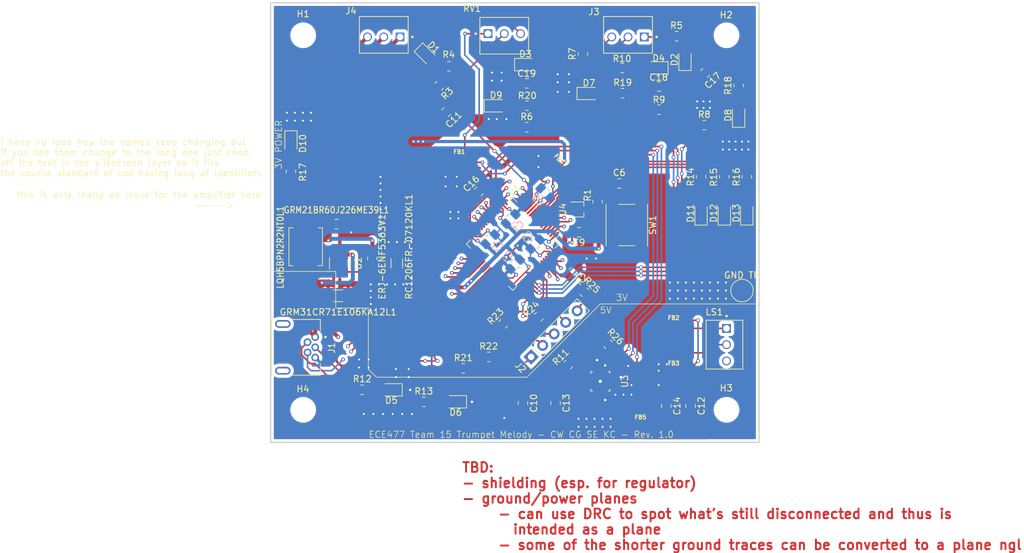
<source format=kicad_pcb>
(kicad_pcb (version 20221018) (generator pcbnew)
  (layers (0 "F.Cu" signal) (31 "B.Cu" signal) (34 "B.Paste" user) (35 "F.Paste" user) (36 "B.SilkS" user "B.Silkscreen") (37 "F.SilkS" user "F.Silkscreen") (38 "B.Mask" user) (39 "F.Mask" user) (44 "Edge.Cuts" user))
  (net 0 "")
  (net 1 "+3.3V")
  (net 2 "GND")
  (net 3 "+3.3VA")
  (net 4 "GNDA")
  (net 5 "NRST")
  (net 6 "+5V")
  (net 7 "ADC1_IN0")
  (net 8 "Net-(C12-Pad1)")
  (net 9 "Net-(C14-Pad1)")
  (net 10 "Net-(U1-VCAP1)")
  (net 11 "GPIO_BUTTON_0")
  (net 12 "GPIO_BUTTON_1")
  (net 13 "GPIO_BUTTON_2")
  (net 14 "Net-(D1-A2)")
  (net 15 "USB_DP")
  (net 16 "USB_DM")
  (net 17 "Net-(D7-A)")
  (net 18 "Net-(D8-A)")
  (net 19 "Net-(D9-A)")
  (net 20 "Net-(D10-A)")
  (net 21 "Net-(D11-A)")
  (net 22 "Net-(D12-A)")
  (net 23 "Net-(D13-A)")
  (net 24 "Net-(U2-FB)")
  (net 25 "Net-(U3-OUTN)")
  (net 26 "Net-(U3-OUTP)")
  (net 27 "Net-(J1-D-)")
  (net 28 "Net-(J1-D+)")
  (net 29 "USB_ID_Connector")
  (net 30 "Net-(J2-Pin_1)")
  (net 31 "Net-(J2-Pin_2)")
  (net 32 "Net-(J2-Pin_3)")
  (net 33 "Net-(J2-Pin_4)")
  (net 34 "Net-(J2-Pin_5)")
  (net 35 "BUTTON_0")
  (net 36 "BUTTON_1")
  (net 37 "BUTTON_2")
  (net 38 "Net-(U2-SW)")
  (net 39 "BOOT0")
  (net 40 "Net-(R4-Pad2)")
  (net 41 "Net-(U3-SD_MODE)")
  (net 42 "GPIO_LED0")
  (net 43 "GPIO_LED1")
  (net 44 "GPIO_LED2")
  (net 45 "TMS")
  (net 46 "TCK")
  (net 47 "SWO")
  (net 48 "JTDI")
  (net 49 "NJTRST")
  (net 50 "Net-(U3-GAIN_SLOT)")
  (net 51 "PC13")
  (net 52 "OSC32_IN")
  (net 53 "OSC_IN")
  (net 54 "OSC_OUT")
  (net 55 "I2S_SD")
  (net 56 "PA1")
  (net 57 "PA2")
  (net 58 "PA3")
  (net 59 "PA4")
  (net 60 "PA5")
  (net 61 "PA6")
  (net 62 "PA7")
  (net 63 "PC4")
  (net 64 "PC5")
  (net 65 "PB0")
  (net 66 "PB1")
  (net 67 "PB2")
  (net 68 "I2S_CK")
  (net 69 "I2S_WS")
  (net 70 "PB13")
  (net 71 "PB14")
  (net 72 "PB15")
  (net 73 "PC6")
  (net 74 "PC7")
  (net 75 "PC8")
  (net 76 "PC9")
  (net 77 "PA8")
  (net 78 "USB_VSENSE")
  (net 79 "USB_ID")
  (net 80 "PD2")
  (net 81 "PB5")
  (net 82 "PB6")
  (net 83 "PB7")
  (net 84 "PB8")
  (net 85 "PB9")
  (net 86 "Net-(C12-Pad2)")
  (net 87 "OSC32_OUT")
  (footprint "TrumpetMelodyFootprintLibrary:FB_LI0805G201R-10" (layer "F.Cu") (at 204.851 112.014)
    (fp_text reference "FB5")
    (fp_text value "FerriteBead")
  )
  (footprint "TrumpetMelodyFootprintLibrary:TE_640456-3" (layer "F.Cu") (at 205.613 51.054)
    (fp_text reference "J3")
    (fp_text value "640456-3")
  )
  (footprint "Resistor_SMD:R_0805_2012Metric_Pad1.20x1.40mm_HandSolder" (layer "F.Cu") (at 218.097 72.866 -90)
    (fp_text reference "R15")
    (fp_text value "1k")
  )
  (footprint "Resistor_SMD:R_0805_2012Metric_Pad1.20x1.40mm_HandSolder" (layer "F.Cu") (at 175.133 55.626)
    (fp_text reference "R4")
    (fp_text value "20")
  )
  (footprint "Resistor_SMD:R_0805_2012Metric_Pad1.20x1.40mm_HandSolder" (layer "F.Cu") (at 183.587107 95.812893 -135)
    (fp_text reference "R23")
    (fp_text value "220")
  )
  (footprint "Resistor_SMD:R_0805_2012Metric_Pad1.20x1.40mm_HandSolder" (layer "F.Cu") (at 173.609 58.674 45)
    (fp_text reference "R3")
    (fp_text value "150")
  )
  (footprint "Resistor_SMD:R_0805_2012Metric_Pad1.20x1.40mm_HandSolder" (layer "F.Cu") (at 193.747107 102.162893 45)
    (fp_text reference "R11")
    (fp_text value "1M")
  )
  (footprint "Resistor_SMD:R_0805_2012Metric_Pad1.20x1.40mm_HandSolder" (layer "F.Cu") (at 187.318041 61.770219)
    (fp_text reference "R20")
    (fp_text value "1k")
  )
  (footprint "Capacitor_SMD:C_0805_2012Metric_Pad1.18x1.45mm_HandSolder" (layer "F.Cu") (at 215.102455 56.671368 -135)
    (fp_text reference "C17")
    (fp_text value "0.22uF")
  )
  (footprint "Capacitor_SMD:C_0805_2012Metric_Pad1.18x1.45mm_HandSolder" (layer "F.Cu") (at 187.30456 58.301493 180)
    (fp_text reference "C19")
    (fp_text value "0.22uF")
  )
  (footprint "MountingHole:MountingHole_3.5mm" (layer "F.Cu") (at 218.44 109.22)
    (fp_text reference "H3")
    (fp_text value "MountingHole")
  )
  (footprint "Diode_SMD:D_0805_2012Metric" (layer "F.Cu") (at 166.164054 106.109694 180)
    (fp_text reference "D5")
    (fp_text value "D_TVS")
  )
  (footprint "Diode_SMD:D_0805_2012Metric" (layer "F.Cu") (at 171.577 53.848 -45)
    (fp_text reference "D1")
    (fp_text value "D_TVS")
  )
  (footprint "TrumpetMelodyFootprintLibrary:FB_LI0805G201R-10" (layer "F.Cu") (at 211.117 96.52)
    (fp_text reference "FB2")
    (fp_text value "FerriteBead")
  )
  (footprint "Resistor_SMD:R_0805_2012Metric_Pad1.20x1.40mm_HandSolder" (layer "F.Cu") (at 207.904403 62.394663 180)
    (fp_text reference "R9")
    (fp_text value "4.7k")
  )
  (footprint "Diode_SMD:D_0805_2012Metric" (layer "F.Cu") (at 211.963 54.61 90)
    (fp_text reference "D2")
    (fp_text value "D_TVS")
  )
  (footprint "TrumpetMelodyFootprintLibrary:TE_640456-3" (layer "F.Cu") (at 167.513 51.054)
    (fp_text reference "J4")
    (fp_text value "640456-3")
  )
  (footprint "Resistor_SMD:R_0805_2012Metric_Pad1.20x1.40mm_HandSolder" (layer "F.Cu") (at 199.952893 98.987893 -45)
    (fp_text reference "R26")
    (fp_text value "100k")
  )
  (footprint "TrumpetMelodyFootprintLibrary:TE_2172034-1" (layer "F.Cu") (at 149.228422 99.472954 -90)
    (fp_text reference "J1")
    (fp_text value "USB_B_Micro")
  )
  (footprint "Capacitor_SMD:C_0805_2012Metric_Pad1.18x1.45mm_HandSolder" (layer "F.Cu") (at 191.77 108.1825 -90)
    (fp_text reference "C13")
    (fp_text value "0.1uF")
  )
  (footprint "Resistor_SMD:R_0805_2012Metric_Pad1.20x1.40mm_HandSolder" (layer "F.Cu") (at 177.381296 102.761319)
    (fp_text reference "R21")
    (fp_text value "220")
  )
  (footprint "Resistor_SMD:R_0805_2012Metric_Pad1.20x1.40mm_HandSolder" (layer "F.Cu") (at 220.328375 58.632634 90)
    (fp_text reference "R18")
    (fp_text value "1k")
  )
  (footprint "TrumpetMelodyFootprintLibrary:FB_LI0805G201R-10" (layer "F.Cu") (at 211.158 100.33 180)
    (fp_text reference "FB3")
    (fp_text value "FerriteBead" hide)
  )
  (footprint "Resistor_SMD:R_0805_2012Metric_Pad1.20x1.40mm_HandSolder" (layer "F.Cu") (at 194.562107 87.662893 -135)
    (fp_text reference "R2")
    (fp_text value "100k")
  )
  (footprint "LED_SMD:LED_0805_2012Metric_Pad1.15x1.40mm_HandSolder" (layer "F.Cu") (at 221.597496 78.542517 90)
    (fp_text reference "D13")
    (fp_text value "LED")
  )
  (footprint "TrumpetMelodyFootprintLibrary:QFN50P300X300X80-17N" (layer "F.Cu") (at 198.755 104.775 -90)
    (fp_text reference "U3")
    (fp_text value "MAX98357AETE_T")
  )
  (footprint "LED_SMD:LED_0805_2012Metric_Pad1.15x1.40mm_HandSolder" (layer "F.Cu") (at 150.495 67.555 -90)
    (fp_text reference "D10")
    (fp_text value "LED")
  )
  (footprint "Package_TO_SOT_SMD:SOT-23-5_HandSoldering" (layer "F.Cu") (at 158.115 86.36 -90)
    (fp_text reference "U2")
    (fp_text value "TLV62565DBVR")
  )
  (footprint "Inductor_SMD:L_Murata_LQH55DN_5.7x5.0mm" (layer "F.Cu") (at 152.781 83.78 90)
    (fp_text reference "LQH5BPN2R2NT0L1")
    (fp_text value "2.2uH")
  )
  (footprint "Diode_SMD:D_0805_2012Metric" (layer "F.Cu") (at 176.190207 107.974565 180)
    (fp_text reference "D6")
    (fp_text value "D_TVS")
  )
  (footprint "Diode_SMD:D_0805_2012Metric" (layer "F.Cu") (at 187.071 55.372)
    (fp_text reference "D3")
    (fp_text value "D_TVS")
  )
  (footprint "Capacitor_SMD:C_0805_2012Metric_Pad1.18x1.45mm_HandSolder" (layer "F.Cu") (at 212.831667 108.615944 -90)
    (fp_text reference "C12")
    (fp_text value "220pF")
  )
  (footprint "Capacitor_SMD:C_0805_2012Metric_Pad1.18x1.45mm_HandSolder" (layer "F.Cu") (at 186.69 108.1825 -90)
    (fp_text reference "C10")
    (fp_text value "10uF")
  )
  (footprint "Resistor_SMD:R_0805_2012Metric_Pad1.20x1.40mm_HandSolder" (layer "F.Cu") (at 187.272737 65.143476)
    (fp_text reference "R6")
    (fp_text value "4.7k")
  )
  (footprint "TrumpetMelodyFootprintLibrary:TE_640456-3" (layer "F.Cu") (at 181.229 50.546 180)
    (fp_text reference "RV1")
    (fp_text value "Linear Potentiometer")
  )
  (footprint "Button_Switch_SMD:SW_SPST_PTS645" (layer "F.Cu") (at 202.885527 80.401051 -90)
    (fp_text reference "SW1")
    (fp_text value "SW_Push")
  )
  (footprint "Resistor_SMD:R_0805_2012Metric_Pad1.20x1.40mm_HandSolder" (layer "F.Cu") (at 181.34 100.965)
    (fp_text reference "R22")
    (fp_text value "220")
  )
  (footprint "Resistor_SMD:R_0805_2012Metric_Pad1.20x1.40mm_HandSolder" (layer "F.Cu") (at 150.495 72.025 90)
    (fp_text reference "R17")
    (fp_text value "1k")
  )
  (footprint "Resistor_SMD:R_0805_2012Metric_Pad1.20x1.40mm_HandSolder" (layer "F.Cu") (at 214.965738 64.805458)
    (fp_text reference "R8")
    (fp_text value "4.7k")
  )
  (footprint "LED_SMD:LED_0805_2012Metric_Pad1.15x1.40mm_HandSolder" (layer "F.Cu") (at 196.977 59.877781)
    (fp_text reference "D7")
    (fp_text value "LED")
  )
  (footprint "LED_SMD:LED_0805_2012Metric_Pad1.15x1.40mm_HandSolder" (layer "F.Cu") (at 218.097 78.556 90)
    (fp_text reference "D12")
    (fp_text value "LED")
  )
  (footprint "TestPoint:TestPoint_Pad_D3.0mm" (layer "F.Cu") (at 220.855 90.62)
    (fp_text reference "GND TP")
    (fp_text value "TestPoint_Pad_D3.0mm")
  )
  (footprint "Capacitor_SMD:C_0805_2012Metric_Pad1.18x1.45mm_HandSolder" (layer "F.Cu") (at 201.714511 73.914)
    (fp_text reference "C6")
    (fp_text value "0.1uF")
  )
  (footprint "Capacitor_SMD:C_0805_2012Metric_Pad1.18x1.45mm_HandSolder" (layer "F.Cu") (at 195.4315 81.534)
    (fp_text reference "C9")
    (fp_text value "0.1uF")
  )
  (footprint "Resistor_SMD:R_0805_2012Metric_Pad1.20x1.40mm_HandSolder" (layer "F.Cu") (at 202.233946 59.82309)
    (fp_text reference "R19")
    (fp_text value "1k")
  )
  (footprint "Capacitor_SMD:C_0805_2012Metric_Pad1.18x1.45mm_HandSolder" (layer "F.Cu") (at 174.698223 62.791777 -135)
    (fp_text reference "C11")
    (fp_text value "10uF")
  )
  (footprint "Capacitor_SMD:C_0805_2012Metric_Pad1.18x1.45mm_HandSolder" (layer "F.Cu") (at 207.911652 58.783961)
    (fp_text reference "C18")
    (fp_text value "0.22uF")
  )
  (footprint "Resistor_SMD:R_0805_2012Metric_Pad1.20x1.40mm_HandSolder" (layer "F.Cu") (at 198.32297 76.747943 90)
    (fp_text reference "R1")
    (fp_text value "100k")
  )
  (footprint "MountingHole:MountingHole_3.5mm" (layer "F.Cu") (at 152.4 109.22)
    (fp_text reference "H4")
    (fp_text value "MountingHole")
  )
  (footprint "MountingHole:MountingHole_3.5mm" (layer "F.Cu") (at 218.44 50.8)
    (fp_text reference "H2")
    (fp_text value "MountingHole")
  )
  (footprint "TrumpetMelodyFootprintLibrary:FB_LI0805G201R-10" (layer "F.Cu") (at 191.056585 71.168585 -45)
    (fp_text reference "FB4")
    (fp_text value "FerriteBead")
  )
  (footprint "Resistor_SMD:R_0805_2012Metric_Pad1.20x1.40mm_HandSolder" (layer "F.Cu") (at 196.035339 53.69522 90)
    (fp_text reference "R7")
    (fp_text value "220")
  )
  (footprint "MountingHole:MountingHole_3.5mm" (layer "F.Cu") (at 152.4 50.8)
    (fp_text reference "H1")
    (fp_text value "MountingHole")
  )
  (footprint "Resistor_SMD:R_0805_2012Metric_Pad1.20x1.40mm_HandSolder" (layer "F.Cu") (at 196.287107 90.877107 -45)
    (fp_text reference "R25")
    (fp_text value "220")
  )
  (footprint "LED_SMD:LED_0805_2012Metric_Pad1.15x1.40mm_HandSolder" (layer "F.Cu") (at 214.468 78.556 90)
    (fp_text reference "D11")
    (fp_text value "LED")
  )
  (footprint "LED_SMD:LED_0805_2012Metric_Pad1.15x1.40mm_HandSolder" (layer "F.Cu") (at 182.492602 61.802042)
    (fp_text reference "D9")
    (fp_text value "LED")
  )
  (footprint "Capacitor_SMD:C_0805_2012Metric_Pad1.18x1.45mm_HandSolder" (layer "F.Cu") (at 157.607 80.264)
    (fp_text reference "GRM21BR60J226ME39L1")
    (fp_text value "22uF")
  )
  (footprint "Capacitor_SMD:C_0805_2012Metric_Pad1.18x1.45mm_HandSolder" (layer "F.Cu") (at 209.042338 108.615944 -90)
    (fp_text reference "C14")
    (fp_text value "220pF")
  )
  (footprint "Connector_PinHeader_2.54mm:PinHeader_1x05_P2.54mm_Vertical" (layer "F.Cu") (at 187.96 100.965 135)
    (fp_text reference "J2")
    (fp_text value "Conn_01x05")
  )
  (footprint "Resistor_SMD:R_0805_2012Metric_Pad1.20x1.40mm_HandSolder" (layer "F.Cu") (at 171.215052 107.974565)
    (fp_text reference "R13")
    (fp_text value "220")
  )
  (footprint "Resistor_SMD:R_0805_2012Metric_Pad1.20x1.40mm_HandSolder" (layer "F.Cu") (at 161.605925 106.109694)
    (fp_text reference "R12")
    (fp_text value "220")
  )
  (footprint "Capacitor_SMD:C_1206_3216Metric_Pad1.33x1.80mm_HandSolder" (layer "F.Cu") (at 157.861 91.44)
    (fp_text reference "GRM31CR71E106KA12L1")
    (fp_text value "10uF")
  )
  (footprint "TrumpetMelodyFootprintLibrary:FB_LI0805G201R-10" (layer "F.Cu") (at 176.578 70.62)
    (fp_text reference "FB1")
    (fp_text value "FerriteBead")
  )
  (footprint "Resistor_SMD:R_0805_2012Metric_Pad1.20x1.40mm_HandSolder" (layer "F.Cu") (at 189.157893 94.687107 45)
    (fp_text reference "R24")
    (fp_text value "220")
  )
  (footprint "Package_QFP:LQFP-64_10x10mm_P0.5mm" (layer "F.Cu") (at 185.085983 83.364483 -135)
    (fp_text reference "U1")
    (fp_text value "STM32F411RETx")
  )
  (footprint "Resistor_SMD:R_0805_2012Metric_Pad1.20x1.40mm_HandSolder" (layer "F.Cu") (at 214.468 72.866 -90)
    (fp_text reference "R14")
    (fp_text value "1k")
  )
  (footprint "Diode_SMD:D_0805_2012Metric" (layer "F.Cu") (at 207.645 55.88 180)
    (fp_text reference "D4")
    (fp_text value "D_TVS")
  )
  (footprint "Resistor_SMD:R_0805_2012Metric_Pad1.20x1.40mm_HandSolder" (layer "F.Cu") (at 221.615 72.866 -90)
    (fp_text reference "R16")
    (fp_text value "1k")
  )
  (footprint "Resistor_SMD:R_0805_2012Metric_Pad1.20x1.40mm_HandSolder" (layer "F.Cu") (at 210.662118 50.938708 180)
    (fp_text reference "R5")
    (fp_text value "220")
  )
  (footprint "Package_TO_SOT_SMD:SOT-323_SC-70" (layer "F.Cu") (at 195.453 77.978)
    (fp_text reference "U4")
    (fp_text value "MAX7375AXR805")
  )
  (footprint "Resistor_SMD:R_0805_2012Metric_Pad1.20x1.40mm_HandSolder" (layer "F.Cu") (at 163.195 85.598 -90)
    (fp_text reference "ERJ-6ENF5363V1")
    (fp_text value "536k")
  )
  (footprint "Resistor_SMD:R_0805_2012Metric_Pad1.20x1.40mm_HandSolder" (layer "F.Cu") (at 202.168 55.9054 180)
    (fp_text reference "R10")
    (fp_text value "220")
  )
  (footprint "TrumpetMelodyFootprintLibrary:TE_640456-3" (layer "F.Cu") (at 218.44 96.52 90)
    (fp_text reference "LS1")
    (fp_text value "Speaker")
  )
  (footprint "Capacitor_SMD:C_0805_2012Metric_Pad1.18x1.45mm_HandSolder" (layer "F.Cu") (at 179.809577 75.155623 45)
    (fp_text reference "C16")
    (fp_text value "4.7uF")
  )
  (footprint "Resistor_SMD:R_1206_3216Metric_Pad1.30x1.75mm_HandSolder" (layer "F.Cu") (at 167.005 86.36 90)
    (fp_text reference "RC1206FR-07120KL1")
    (fp_text value "120k")
  )
  (footprint "LED_SMD:LED_0805_2012Metric_Pad1.15x1.40mm_HandSolder" (layer "F.Cu") (at 220.334656 63.284273 90)
    (fp_text reference "D8")
    (fp_text value "LED")
  )
  (footprint "Capacitor_SMD:C_0805_2012Metric_Pad1.18x1.45mm_HandSolder" (layer "B.Cu") (at 185.466053 86.519947 -135)
    (fp_text reference "C4")
    (fp_text value "0.1uF")
  )
  (footprint "Capacitor_SMD:C_0805_2012Metric_Pad1.18x1.45mm_HandSolder" (layer "B.Cu") (at 184.758946 79.44888 45)
    (fp_text reference "C1")
    (fp_text value "0.1uF")
  )
  (footprint "Capacitor_SMD:C_0805_2012Metric_Pad1.18x1.45mm_HandSolder" (layer "B.Cu") (at 190.185991 75.383016 -45)
    (fp_text reference "C5")
    (fp_text value "0.1uF")
  )
  (footprint "Capacitor_SMD:C_0805_2012Metric_Pad1.18x1.45mm_HandSolder" (layer "B.Cu") (at 188.595 83.391 -135)
    (fp_text reference "C3")
    (fp_text value "0.1uF")
  )
  (footprint "Capacitor_SMD:C_0805_2012Metric_Pad1.18x1.45mm_HandSolder" (layer "B.Cu") (at 181.576966 82.63086 45)
    (fp_text reference "C2")
    (fp_text value "0.1uF")
  )
  (gr_line (start 147.32 87.63) (end 157.48 87.63) (stroke (width 0.1)) (layer "F.SilkS"))
  (gr_line (start 198.755 92.71) (end 223.52 92.71) (stroke (width 0.1)) (layer "F.SilkS"))
  (gr_line (start 162.56 93.345) (end 162.56 102.87) (stroke (width 0.1)) (layer "F.SilkS"))
  (gr_line (start 157.48 87.63) (end 157.48 93.345) (stroke (width 0.1)) (layer "F.SilkS"))
  (gr_line (start 157.48 93.345) (end 162.56 93.345) (stroke (width 0.1)) (layer "F.SilkS"))
  (gr_line (start 163.83 104.14) (end 187.325 104.14) (stroke (width 0.1)) (layer "F.SilkS"))
  (gr_line (start 163.83 104.14) (end 162.56 102.87) (stroke (width 0.1)) (layer "F.SilkS"))
  (gr_line (start 187.347405 104.117595) (end 198.732595 92.732405) (stroke (width 0.1)) (layer "F.SilkS"))
  (gr_rect locked (start 147.32 45.72) (end 223.52 114.3) (stroke (width 0.2)) (fill none) (layer "Edge.Cuts"))
  (gr_text "TBD: \n- shielding (esp. for regulator)\n- ground/power planes \n	- can use DRC to spot what's still disconnected and thus is \n	  intended as a plane\n	- some of the shorter ground traces can be converted to a plane ngl" (at 177.044238 131.163651) (layer "F.Cu") (effects (font (size 1.5 1.5) (thickness 0.3) bold) (justify left bottom)))
  (gr_text "5V" (at 198.634195 94.273649) (layer "F.SilkS") (effects (font (size 1 1) (thickness 0.1)) (justify left bottom)))
  (gr_text "3V" (at 201.145301 92.300537) (layer "F.SilkS") (effects (font (size 1 1) (thickness 0.1)) (justify left bottom)))
  (gr_text "ECE477 Team 15 Trumpet Melody - CW CG SE KC - Rev. 1.0" (at 162.56 113.665) (layer "F.SilkS") (effects (font (size 1 1) (thickness 0.1)) (justify left bottom)))
  (gr_text "i have no idea how the names keep changing but\nif you see them change to the long one just chop\noff the text in the silkscreen layer so it fits\nthe course standard of not having long af identifiers" (at 105.105 72.87) (layer "F.SilkS") (effects (font (size 1 1) (thickness 0.1)) (justify left bottom)))
  (gr_text "3V POWER" (at 149.153375 71.755 90) (layer "F.SilkS") (effects (font (size 1 1) (thickness 0.1)) (justify left bottom)))
  (gr_text "this is only really an issue for the amplifier here \n							---->" (at 107.605 77.87) (layer "F.SilkS") (effects (font (size 1 1) (thickness 0.1)) (justify left bottom)))
  (segment (start 170.061 70.62) (end 175.605 70.62) (width 0.61) (layer "F.Cu") (net 1))
  (segment (start 156.3 57.187) (end 160.401 53.086) (width 0.61) (layer "F.Cu") (net 1))
  (segment (start 156.3 66.675) (end 156.3 57.187) (width 0.61) (layer "F.Cu") (net 1))
  (segment (start 183.017696 77.407109) (end 183.588621 77.978034) (width 0.2) (layer "F.Cu") (net 1))
  (segment (start 178.605 89.12) (end 178.355 89.37) (width 0.61) (layer "F.Cu") (net 1))
  (segment (start 172.847 70.62) (end 172.847 88.862) (width 0.61) (layer "F.Cu") (net 1))
  (segment (start 190.566061 83.894813) (end 190.742837 83.894813) (width 0.2) (layer "F.Cu") (net 1))
  (segment (start 153.755345 73.025) (end 153.755345 69.219655) (width 0.61) (layer "F.Cu") (net 1))
  (segment (start 174.105 90.12) (end 177.605 90.12) (width 0.61) (layer "F.Cu") (net 1))
  (segment (start 163.195 84.598) (end 163.195 82.804) (width 0.61) (layer "F.Cu") (net 1))
  (segment (start 160.401 53.086) (end 162.433 53.086) (width 0.61) (layer "F.Cu") (net 1))
  (segment (start 179.252352 82.834153) (end 179.605905 82.834153) (width 0.2) (layer "F.Cu") (net 1))
  (segment (start 198.32297 77.747943) (end 198.501 77.925973) (width 0.61) (layer "F.Cu") (net 1))
  (segment (start 150.495 73.025) (end 153.755345 73.025) (width 0.61) (layer "F.Cu") (net 1))
  (segment (start 153.755345 69.219655) (end 156.3 66.675) (width 0.61) (layer "F.Cu") (net 1))
  (segment (start 194.355 83.12) (end 194.355 81.573) (width 0.3) (layer "F.Cu") (net 1))
  (segment (start 184.785463 90.028965) (end 187.560857 87.253571) (width 0.2) (layer "F.Cu") (net 1))
  (segment (start 178.421502 82.003303) (end 179.252352 82.834153) (width 0.2) (layer "F.Cu") (net 1))
  (segment (start 194.355 81.573) (end 194.394 81.534) (width 0.3) (layer "F.Cu") (net 1))
  (segment (start 160.401 53.086) (end 162.433 51.054) (width 0.61) (layer "F.Cu") (net 1))
  (segment (start 177.605 90.12) (end 178.105 89.62) (width 0.61) (layer "F.Cu") (net 1))
  (segment (start 156.3 66.675) (end 166.116 66.675) (width 0.61) (layer "F.Cu") (net 1))
  (segment (start 191.750464 84.725664) (end 190.919614 83.894813) (width 0.2) (layer "F.Cu") (net 1))
  (segment (start 195.308 80.62) (end 194.394 81.534) (width 0.3) (layer "F.Cu") (net 1))
  (segment (start 166.116 66.675) (end 170.061 70.62) (width 0.61) (layer "F.Cu") (net 1))
  (segment (start 187.560857 87.253571) (end 187.560857 86.900017) (width 0.2) (layer "F.Cu") (net 1))
  (segment (start 153.755345 73.025) (end 153.755345 76.708) (width 0.61) (layer "F.Cu") (net 1))
  (segment (start 194.453 77.328) (end 194.803 77.328) (width 0.3) (layer "F.Cu") (net 1))
  (segment (start 162.941 53.086) (end 162.433 53.086) (width 0.61) (layer "F.Cu") (net 1))
  (segment (start 195.308 77.833) (end 195.308 80.62) (width 0.3) (layer "F.Cu") (net 1))
  (segment (start 183.588621 77.978034) (end 183.588621 78.851438) (width 0.2) (layer "F.Cu") (net 1))
  (segment (start 162.433 53.086) (end 165.481 53.086) (width 0.61) (layer "F.Cu") (net 1))
  (segment (start 190.919614 83.894813) (end 190.566061 83.894813) (width 0.2) (layer "F.Cu") (net 1))
  (segment (start 194.803 77.328) (end 195.308 77.833) (width 0.3) (layer "F.Cu") (net 1))
  (segment (start 183.588621 78.851438) (end 183.141439 79.298619) (width 0.2) (layer "F.Cu") (net 1))
  (segment (start 165.481 53.086) (end 167.513 51.054) (width 0.61) (layer "F.Cu") (net 1))
  (segment (start 198.501 77.925973) (end 198.501 84.074) (width 0.61) (layer "F.Cu") (net 1))
  (segment (start 178.105 89.62) (end 178.605 89.12) (width 0.61) (layer "F.Cu") (net 1))
  (segment (start 191.750464 82.003303) (end 190.742837 83.01093) (width 0.2) (layer "F.Cu") (net 1))
  (segment (start 164.973 51.054) (end 162.941 53.086) (width 0.61) (layer "F.Cu") (net 1))
  (segment (start 183.724802 90.028965) (end 184.785463 90.028965) (width 0.2) (layer "F.Cu") (net 1))
  (segment (start 172.847 88.862) (end 174.105 90.12) (width 0.61) (layer "F.Cu") (net 1))
  (via (at 194.355 83.12) (size 0.6) (drill 0.3) (layers "F.Cu" "B.Cu") (net 1))
  (via (at 187.560857 86.900017) (size 0.6) (drill 0.3) (layers "F.Cu" "B.Cu") (net 1))
  (via (at 190.566061 83.894813) (size 0.6) (drill 0.3) (layers "F.Cu" "B.Cu") (net 1))
  (via (at 156.337 82.804) (size 0.6) (drill 0.3) (layers "F.Cu" "B.Cu") (net 1))
  (via (at 190.742837 83.01093) (size 0.6) (drill 0.3) (layers "F.Cu" "B.Cu") (net 1))
  (via (at 178.605 89.12) (size 0.6) (drill 0.3) (layers "F.Cu" "B.Cu") (net 1))
  (via (at 179.605905 82.834153) (size 0.6) (drill 0.3) (layers "F.Cu" "B.Cu") (net 1))
  (via (at 177.605 90.12) (size 0.6) (drill 0.3) (layers "F.Cu" "B.Cu") (net 1))
  (via (at 178.105 89.62) (size 0.6) (drill 0.3) (layers "F.Cu" "B.Cu") (net 1))
  (via (at 177.605 90.12) (size 0.6) (drill 0.3) (layers "F.Cu" "B.Cu") (net 1))
  (via (at 183.141439 79.298619) (size 0.6) (drill 0.3) (layers "F.Cu" "B.Cu") (net 1))
  (via (at 163.195 82.804) (size 0.6) (drill 0.3) (layers "F.Cu" "B.Cu") (net 1))
  (via (at 198.501 84.074) (size 0.6) (drill 0.3) (layers "F.Cu" "B.Cu") (net 1))
  (segment (start 184.025323 79.475396) (end 184.025323 80.182503) (width 0.2) (layer "B.Cu") (net 1))
  (segment (start 156.591 82.55) (end 156.337 82.804) (width 0.61) (layer "B.Cu") (net 1))
  (segment (start 190.389284 82.657377) (end 189.328624 82.657377) (width 0.2) (layer "B.Cu") (net 1))
  (segment (start 180.136236 83.364483) (end 180.843342 83.364483) (width 0.2) (layer "B.Cu") (net 1))
  (segment (start 185.855 81.87) (end 185.71282 81.87) (width 0.61) (layer "B.Cu") (net 1))
  (segment (start 177.605 90.12) (end 182.605 85.12) (width 0.61) (layer "B.Cu") (net 1))
  (segment (start 184.23 83.495) (end 184.23 83.816648) (width 0.61) (layer "B.Cu") (net 1))
  (segment (start 193.415 83.56) (end 192.79 82.935) (width 0.61) (layer "B.Cu") (net 1))
  (segment (start 163.195 82.804) (end 162.941 82.55) (width 0.61) (layer "B.Cu") (net 1))
  (segment (start 183.141439 79.298619) (end 184.025323 80.182503) (width 0.2) (layer "B.Cu") (net 1))
  (segment (start 182.605 85.12) (end 184.23 83.495) (width 0.61) (layer "B.Cu") (net 1))
  (segment (start 182.605 85.12) (end 182.59886 85.12) (width 0.61) (layer "B.Cu") (net 1))
  (segment (start 179.605905 82.834153) (end 180.136236 83.364483) (width 0.2) (layer "B.Cu") (net 1))
  (segment (start 186.355 81.37) (end 188.041246 81.37) (width 0.61) (layer "B.Cu") (net 1))
  (segment (start 193.855 83.12) (end 194.355 83.12) (width 0.3) (layer "B.Cu") (net 1))
  (segment (start 191.225 81.37) (end 186.355 81.37) (width 0.61) (layer "B.Cu") (net 1))
  (segment (start 185.855 81.87) (end 186.355 81.37) (width 0.61) (layer "B.Cu") (net 1))
  (segment (start 192.79 82.935) (end 191.225 81.37) (width 0.61) (layer "B.Cu") (net 1))
  (segment (start 193.929 84.074) (end 193.415 83.56) (width 0.61) (layer "B.Cu") (net 1))
  (segment (start 190.742837 83.01093) (end 190.389284 82.657377) (width 0.2) (layer "B.Cu") (net 1))
  (segment (start 186.447164 85.786324) (end 186.199676 85.786324) (width 0.2) (layer "B.Cu") (net 1))
  (segment (start 185.71282 81.87) (end 184.025323 80.182503) (width 0.61) (layer "B.Cu") (net 1))
  (segment (start 187.560857 86.900017) (end 186.447164 85.786324) (width 0.2) (layer "B.Cu") (net 1))
  (segment (start 193.415 83.56) (end 193.855 83.12) (width 0.3) (layer "B.Cu") (net 1))
  (segment (start 198.501 84.074) (end 193.929 84.074) (width 0.61) (layer "B.Cu") (net 1))
  (segment (start 162.941 82.55) (end 156.591 82.55) (width 0.61) (layer "B.Cu") (net 1))
  (segment (start 182.59886 85.12) (end 180.843343 83.364483) (width 0.61) (layer "B.Cu") (net 1))
  (segment (start 184.23 83.816648) (end 186.199676 85.786324) (width 0.61) (layer "B.Cu") (net 1))
  (segment (start 184.23 83.495) (end 185.855 81.87) (width 0.61) (layer "B.Cu") (net 1))
  (segment (start 190.566061 83.894813) (end 189.328624 82.657377) (width 0.2) (layer "B.Cu") (net 1))
  (segment (start 188.041246 81.37) (end 189.328623 82.657377) (width 0.61) (layer "B.Cu") (net 1))
  (segment (start 179.34598 82.220675) (end 180.219384 82.220675) (width 0.2) (layer "F.Cu") (net 2))
  (segment (start 199.517 107.696) (end 199.005 107.184) (width 0.254) (layer "F.Cu") (net 2))
  (segment (start 201.545 104.525) (end 201.93 104.14) (width 0.254) (layer "F.Cu") (net 2))
  (segment (start 184.378876 88.667784) (end 185.085983 88.667784) (width 0.2) (layer "F.Cu") (net 2))
  (segment (start 180.219384 82.220675) (end 180.489789 81.95027) (width 0.2) (layer "F.Cu") (net 2))
  (segment (start 189.96606 84.494814) (end 189.328624 85.13225) (width 0.2) (layer "F.Cu") (net 2))
  (segment (start 190.36857 70.48057) (end 189.508 69.62) (width 0.5) (layer "F.Cu") (net 2))
  (segment (start 198.505 101.733286) (end 198.245857 101.474143) (width 0.254) (layer "F.Cu") (net 2))
  (segment (start 205.135527 76.421051) (end 205.135527 84.381051) (width 0.254) (layer "F.Cu") (net 2))
  (segment (start 199.005 107.184) (end 199.005 106.21) (width 0.254) (layer "F.Cu") (net 2))
  (segment (start 184.105 85.37) (end 185.855 83.62) (width 0.254) (layer "F.Cu") (net 2))
  (segment (start 189.47914 71.37) (end 189.105 71.37) (width 0.5) (layer "F.Cu") (net 2))
  (segment (start 190.36857 70.48057) (end 189.47914 71.37) (width 0.5) (layer "F.Cu") (net 2))
  (segment (start 181.2544 73.7108) (end 180.5432 74.422) (width 0.254) (layer "F.Cu") (net 2))
  (segment (start 183.371249 77.053555) (end 184.2021 77.884406) (width 0.2) (layer "F.Cu") (net 2))
  (segment (start 196.469 77.994) (end 196.453 77.978) (width 0.254) (layer "F.Cu") (net 2))
  (segment (start 178.775055 81.649749) (end 179.34598 82.220675) (width 0.2) (layer "F.Cu") (net 2))
  (segment (start 200.19 104.525) (end 201.545 104.525) (width 0.254) (layer "F.Cu") (net 2))
  (segment (start 183.371249 89.675411) (end 184.378876 88.667784) (width 0.2) (layer "F.Cu") (net 2))
  (segment (start 198.505 103.34) (end 198.505 101.733286) (width 0.254) (layer "F.Cu") (net 2))
  (segment (start 191.396911 85.079217) (end 190.812508 84.494814) (width 0.2) (layer "F.Cu") (net 2))
  (segment (start 196.469 81.534) (end 196.469 77.994) (width 0.254) (layer "F.Cu") (net 2))
  (segment (start 184.2021 77.884406) (end 184.555653 77.884406) (width 0.2) (layer "F.Cu") (net 2))
  (segment (start 166.501554 106.109694) (end 169.090407 106.109694) (width 0.254) (layer "F.Cu") (net 2))
  (segment (start 176.527707 107.974565) (end 178.725744 107.974565) (width 0.254) (layer "F.Cu") (net 2))
  (segment (start 169.090407 106.109694) (end 169.094381 106.113668) (width 0.254) (layer "F.Cu") (net 2))
  (segment (start 180.489789 81.95027) (end 181.196896 81.243163) (width 0.2) (layer "F.Cu") (net 2))
  (segment (start 190.812508 84.494814) (end 189.96606 84.494814) (width 0.2) (layer "F.Cu") (net 2))
  (segment (start 189.508 69.62) (end 189.105 69.62) (width 0.5) (layer "F.Cu") (net 2))
  (segment (start 185.085983 88.667784) (end 185.616313 88.137454) (width 0.2) (layer "F.Cu") (net 2))
  (segment (start 181.2544 73.0504) (end 181.2544 73.7108) (width 0.254) (layer "F.Cu") (net 2))
  (via (at 215.855 90.62) (size 0.6) (drill 0.3) (layers "F.Cu" "B.Cu") (net 2))
  (via (at 210.855 90.62) (size 0.6) (drill 0.3) (layers "F.Cu" "B.Cu") (net 2))
  (via (at 161.855 109.87) (size 0.6) (drill 0.3) (layers "F.Cu" "B.Cu") (net 2))
  (via (at 195.355 110.62) (size 0.6) (drill 0.3) (layers "F.Cu" "B.Cu") (net 2))
  (via (at 195.355 111.87) (size 0.6) (drill 0.3) (layers "F.Cu" "B.Cu") (net 2))
  (via (at 163.355 109.87) (size 0.6) (drill 0.3) (layers "F.Cu" "B.Cu") (net 2))
  (via (at 192.105 58.12) (size 0.6) (drill 0.3) (layers "F.Cu" "B.Cu") (net 2))
  (via (at 159.893 81.534) (size 0.6) (drill 0.3) (layers "F.Cu" "B.Cu") (net 2))
  (via (at 164.465 72.898) (size 0.6) (drill 0.3) (layers "F.Cu" "B.Cu") (net 2))
  (via (at 164.465 73.914) (size 0.6) (drill 0.3) (layers "F.Cu" "B.Cu") (net 2))
  (via (at 214.605 90.62) (size 0.6) (drill 0.3) (layers "F.Cu" "B.Cu") (net 2))
  (via (at 164.211 89.662) (size 0.6) (drill 0.3) (layers "F.Cu" "B.Cu") (net 2))
  (via (at 164.465 81.026) (size 0.6) (drill 0.3) (layers "F.Cu" "B.Cu") (net 2))
  (via (at 169.291 83.058) (size 0.6) (drill 0.3) (layers "F.Cu" "B.Cu") (net 2))
  (via (at 196.605 85.62) (size 0.6) (drill 0.3) (layers "F.Cu" "B.Cu") (net 2))
  (via (at 161.105 101.37) (size 0.6) (drill 0.3) (layers "F.Cu" "B.Cu") (net 2))
  (via (at 218.855 67.37) (size 0.6) (drill 0.3) (layers "F.Cu" "B.Cu") (net 2))
  (via (at 151.105 62.87) (size 0.6) (drill 0.3) (layers "F.Cu" "B.Cu") (net 2))
  (via (at 193.855 58.12) (size 0.6) (drill 0.3) (layers "F.Cu" "B.Cu") (net 2))
  (via (at 176.605 79.37) (size 0.6) (drill 0.3) (layers "F.Cu" "B.Cu") (net 2))
  (via (at 214.605 89.37) (size 0.6) (drill 0.3) (layers "F.Cu" "B.Cu") (net 2))
  (via (at 151.105 64.12) (size 0.6) (drill 0.3) (layers "F.Cu" "B.Cu") (net 2))
  (via (at 181.855 56.62) (size 0.6) (drill 0.3) (layers "F.Cu" "B.Cu") (net 2))
  (via (at 213.355 90.62) (size 0.6) (drill 0.3) (layers "F.Cu" "B.Cu") (net 2))
  (via (at 207.855 105.37) (size 0.6) (drill 0.3) (layers "F.Cu" "B.Cu") (net 2))
  (via (at 215.855 61.12) (size 0.6) (drill 0.3) (layers "F.Cu" "B.Cu") (net 2))
  (via (at 212.105 89.37) (size 0.6) (drill 0.3) (layers "F.Cu" "B.Cu") (net 2))
  (via (at 165.481 89.662) (size 0.6) (drill 0.3) (layers "F.Cu" "B.Cu") (net 2))
  (via (at 192.105 59.62) (size 0.6) (drill 0.3) (layers "F.Cu" "B.Cu") (net 2))
  (via (at 209.105 102.12) (size 0.6) (drill 0.3) (layers "F.Cu" "B.Cu") (net 2))
  (via (at 162.605 102.62) (size 0.6) (drill 0.3) (layers "F.Cu" "B.Cu") (net 2))
  (via (at 181.855 57.87) (size 0.6) (drill 0.3) (layers "F.Cu" "B.Cu") (net 2))
  (via (at 197.855 111.87) (size 0.6) (drill 0.3) (layers "F.Cu" "B.Cu") (net 2))
  (via (at 189.105 69.62) (size 0.6) (drill 0.3) (layers "F.Cu" "B.Cu") (net 2))
  (via (at 164.465 75.946) (size 0.6) (drill 0.3) (layers "F.Cu" "B.Cu") (net 2))
  (via (at 169.291 84.074) (size 0.6) (drill 0.3) (layers "F.Cu" "B.Cu") (net 2))
  (via (at 166.855 104.12) (size 0.6) (drill 0.3) (layers "F.Cu" "B.Cu") (net 2))
  (via (at 175.355 78.37) (size 0.6) (drill 0.3) (layers "F.Cu" "B.Cu") (net 2))
  (via (at 217.855 68.62) (size 0.6) (drill 0.3) (layers "F.Cu" "B.Cu") (net 2))
  (via (at 185.855 83.62) (size 0.6) (drill 0.3) (layers "F.Cu" "B.Cu") (net 2))
  (via (at 221.855 68.62) (size 0.6) (drill 0.3) (layers "F.Cu" "B.Cu") (net 2))
  (via (at 215.855 91.87) (size 0.6) (drill 0.3) (layers "F.Cu" "B.Cu") (net 2))
  (via (at 169.291 89.662) (size 0.6) (drill 0.3) (layers "F.Cu" "B.Cu") (net 2))
  (via (at 217.855 67.37) (size 0.6) (drill 0.3) (layers "F.Cu" "B.Cu") (net 2))
  (via (at 200.355 110.62) (size 0.6) (drill 0.3) (layers "F.Cu" "B.Cu") (net 2))
  (via (at 181.355 63.87) (size 0.6) (drill 0.3) (layers "F.Cu" "B.Cu") (net 2))
  (via (at 166.355 109.87) (size 0.6) (drill 0.3) (layers "F.Cu" "B.Cu") (net 2))
  (via (at 200.355 111.87) (size 0.6) (drill 0.3) (layers "F.Cu" "B.Cu") (net 2))
  (via (at 162.941 93.726) (size 0.6) (drill 0.3) (layers "F.Cu" "B.Cu") (net 2))
  (via (at 199.517 107.696) (size 0.6) (drill 0.381) (layers "F.Cu" "B.Cu") (net 2))
  (via (at 168.021 89.662) (size 0.6) (drill 0.3) (layers "F.Cu" "B.Cu") (net 2))
  (via (at 221.855 67.37) (size 0.6) (drill 0.3) (layers "F.Cu" "B.Cu") (net 2))
  (via (at 181.2544 73.0504) (size 0.6) (drill 0.381) (layers "F.Cu" "B.Cu") (net 2))
  (via (at 162.941 89.662) (size 0.6) (drill 0.3) (layers "F.Cu" "B.Cu") (net 2))
  (via (at 218.355 91.87) (size 0.6) (drill 0.3) (layers "F.Cu" "B.Cu") (net 2))
  (via (at 184.105 63.87) (size 0.6) (drill 0.3) (layers "F.Cu" "B.Cu") (net 2))
  (via (at 217.105 89.37) (size 0.6) (drill 0.3) (layers "F.Cu" "B.Cu") (net 2))
  (via (at 218.855 68.62) (size 0.6) (drill 0.3) (layers "F.Cu" "B.Cu") (net 2))
  (via (at 207.855 102.12) (size 0.6) (drill 0.3) (layers "F.Cu" "B.Cu") (net 2))
  (via (at 169.355 109.87) (size 0.6) (drill 0.3) (layers "F.Cu" "B.Cu") (net 2))
  (via (at 212.105 90.62) (size 0.6) (drill 0.3) (layers "F.Cu" "B.Cu") (net 2))
  (via (at 198.755 104.775) (size 0.8) (drill 0.5) (layers "F.Cu" "B.Cu") (net 2))
  (via (at 209.605 90.62) (size 0.6) (drill 0.3) (layers "F.Cu" "B.Cu") (net 2))
  (via (at 153.605 64.12) (size 0.6) (drill 0.3) (layers "F.Cu" "B.Cu") (net 2))
  (via (at 174.605 74.37) (size 0.6) (drill 0.3) (layers "F.Cu" "B.Cu") (net 2))
  (via (at 182.605 63.87) (size 0.6) (drill 0.3) (layers "F.Cu" "B.Cu") (net 2))
  (via (at 219.855 68.62) (size 0.6) (drill 0.3) (layers "F.Cu" "B.Cu") (net 2))
  (via (at 214.605 91.87) (size 0.6) (drill 0.3) (layers "F.Cu" "B.Cu") (net 2))
  (via (at 196.605 111.87) (size 0.6) (drill 0.3) (layers "F.Cu" "B.Cu") (net 2))
  (via (at 183.769 110.49) (size 0.6) (drill 0.3) (layers "F.Cu" "B.Cu") (net 2))
  (via (at 149.855 62.87) (size 0.6) (drill 0.3) (layers "F.Cu" "B.Cu") (net 2))
  (via (at 217.105 90.62) (size 0.6) (drill 0.3) (layers "F.Cu" "B.Cu") (net 2))
  (via (at 168.855 102.87) (size 0.6) (drill 0.3) (layers "F.Cu" "B.Cu") (net 2))
  (via (at 218.355 89.37) (size 0.6) (drill 0.3) (layers "F.Cu" "B.Cu") (net 2))
  (via (at 214.855 62.12) (size 0.6) (drill 0.3) (layers "F.Cu" "B.Cu") (net 2))
  (via (at 207.855 103.12) (size 0.6) (drill 0.3) (layers "F.Cu" "B.Cu") (net 2))
  (via (at 164.465 77.978) (size 0.6) (drill 0.3) (layers "F.Cu" "B.Cu") (net 2))
  (via (at 174.605 72.87) (size 0.6) (drill 0.3) (layers "F.Cu" "B.Cu") (net 2))
  (via (at 178.725744 107.974565) (size 0.6) (drill 0.381) (layers "F.Cu" "B.Cu") (net 2))
  (via (at 210.855 89.37) (size 0.6) (drill 0.3) (layers "F.Cu" "B.Cu") (net 2))
  (via (at 169.291 88.646) (size 0.6) (drill 0.3) (layers "F.Cu" "B.Cu") (net 2))
  (via (at 209.605 91.87) (size 0.6) (drill 0.3) (layers "F.Cu" "B.Cu") (net 2))
  (via (at 193.855 56.87) (size 0.6) (drill 0.3) (layers "F.Cu" "B.Cu") (net 2))
  (via (at 196.605 110.62) (size 0.6) (drill 0.3) (layers "F.Cu" "B.Cu") (net 2))
  (via (at 189.328624 85.13225) (size 0.6) (drill 0.3) (layers "F.Cu" "B.Cu") (net 2))
  (via (at 213.355 89.37) (size 0.6) (drill 0.3) (layers "F.Cu" "B.Cu") (net 2))
  (via (at 202.355 106.87) (size 0.6) (drill 0.3) (layers "F.Cu" "B.Cu") (net 2))
  (via (at 162.941 90.678) (size 0.6) (drill 0.3) (layers "F.Cu" "B.Cu") (net 2))
  (via (at 168.855 104.12) (size 0.6) (drill 0.3) (layers "F.Cu" "B.Cu") (net 2))
  (via (at 181.196896 81.243163) (size 0.6) (drill 0.3) (layers "F.Cu" "B.Cu") (net 2))
  (via (at 169.094381 106.113668) (size 0.6) (drill 0.381) (layers "F.Cu" "B.Cu") (net 2))
  (via (at 176.355 74.37) (size 0.6) (drill 0.3) (layers "F.Cu" "B.Cu") (net 2))
  (via (at 167.855 109.87) (size 0.6) (drill 0.3) (layers "F.Cu" "B.Cu") (net 2))
  (via (at 164.465 81.788) (size 0.6) (drill 0.3) (layers "F.Cu" "B.Cu") (net 2))
  (via (at 185.616313 88.137454) (size 0.6) (drill 0.3) (layers "F.Cu" "B.Cu") (net 2))
  (via (at 215.855 62.12) (size 0.6) (drill 0.3) (layers "F.Cu" "B.Cu") (net 2))
  (via (at 153.605 62.87) (size 0.6) (drill 0.3) (layers "F.Cu" "B.Cu") (net 2))
  (via (at 215.855 89.37) (size 0.6) (drill 0.3) (layers "F.Cu" "B.Cu") (net 2))
  (via (at 176.605 78.37) (size 0.6) (drill 0.3) (layers "F.Cu" "B.Cu") (net 2))
  (via (at 164.465 80.01) (size 0.6) (drill 0.3) (layers "F.Cu" "B.Cu") (net 2))
  (via (at 189.105 71.37) (size 0.6) (drill 0.3) (layers "F.Cu" "B.Cu") (net 2))
  (via (at 164.855 109.87) (size 0.6) (drill 0.3) (layers "F.Cu" "B.Cu") (net 2))
  (via (at 192.105 56.87) (size 0.6) (drill 0.3) (layers "F.Cu" "B.Cu") (net 2))
  (via (at 184.105 85.37) (size 0.6) (drill 0.3) (layers "F.Cu" "B.Cu") (net 2))
  (via (at 213.855 61.12) (size 0.6) (drill 0.3) (layers "F.Cu" "B.Cu") (net 2))
  (via (at 176.355 72.87) (size 0.6) (drill 0.3) (layers "F.Cu" "B.Cu") (net 2))
  (via (at 162.605 101.37) (size 0.6) (drill 0.3) (layers "F.Cu" "B.Cu") (net 2))
  (via (at 166.751 89.662) (size 0.6) (drill 0.3) (layers "F.Cu" "B.Cu") (net 2))
  (via (at 218.355 90.62) (size 0.6) (drill 0.3) (layers "F.Cu" "B.Cu") (net 2))
  (via (at 162.941 92.71) (size 0.6) (drill 0.3) (layers "F.Cu" "B.Cu") (net 2))
  (via (at 183.355 57.87) (size 0.6) (drill 0.3) (layers "F.Cu" "B.Cu") (net 2))
  (via (at 197.855 110.62) (size 0.6) (drill 0.3) (layers "F.Cu" "B.Cu") (net 2))
  (via (at 214.855 61.12) (size 0.6) (drill 0.3) (layers "F.Cu" "B.Cu") (net 2))
  (via (at 213.355 91.87) (size 0.6) (drill 0.3) (layers "F.Cu" "B.Cu") (net 2))
  (via (at 220.855 68.62) (size 0.6) (drill 0.3) (layers "F.Cu" "B.Cu") (net 2))
  (via (at 152.355 64.12) (size 0.6) (drill 0.3) (layers "F.Cu" "B.Cu") (net 2))
  (via (at 183.355 56.62) (size 0.6) (drill 0.3) (layers "F.Cu" "B.Cu") (net 2))
  (via (at 165.735 83.058) (size 0.6) (drill 0.3) (layers "F.Cu" "B.Cu") (net 2))
  (via (at 203.105 102.37) (size 0.6) (drill 0.3) (layers "F.Cu" "B.Cu") (net 2))
  (via (at 203.605 105.37) (size 0.6) (drill 0.3) (layers "F.Cu" "B.Cu") (net 2))
  (via (at 199.105 111.87) (size 0.6) (drill 0.3) (layers "F.Cu" "B.Cu") (net 2))
  (via (at 219.855 67.37) (size 0.6) (drill 0.3) (layers "F.Cu" "B.Cu") (net 2))
  (via (at 193.855 59.62) (size 0.6) (drill 0.3) (layers "F.Cu" "B.Cu") (net 2))
  (via (at 168.275 83.058) (size 0.6) (drill 0.3) (layers "F.Cu" "B.Cu") (net 2))
  (via (at 162.941 91.694) (size 0.6) (drill 0.3) (layers "F.Cu" "B.Cu") (net 2))
  (via (at 166.855 102.87) (size 0.6) (drill 0.3) (layers "F.Cu" "B.Cu") (net 2))
  (via (at 217.105 91.87) (size 0.6) (drill 0.3) (layers "F.Cu" "B.Cu") (net 2))
  (via (at 203.605 106.87) (size 0.6) (drill 0.3) (layers "F.Cu" "B.Cu") (net 2))
  (via (at 164.465 74.93) (size 0.6) (drill 0.3) (layers "F.Cu" "B.Cu") (net 2))
  (via (at 175.355 79.37) (size 0.6) (drill 0.3) (layers "F.Cu" "B.Cu") (net 2))
  (via (at 164.465 76.962) (size 0.6) (drill 0.3) (layers "F.Cu" "B.Cu") (net 2))
  (via (at 220.855 67.37) (size 0.6) (drill 0.3) (layers "F.Cu" "B.Cu") (net 2))
  (via (at 167.005 83.058) (size 0.6) (drill 0.3) (layers "F.Cu" "B.Cu") (net 2))
  (via (at 149.855 64.12) (size 0.6) (drill 0.3) (layers "F.Cu" "B.Cu") (net 2))
  (via (at 184.555653 77.884406) (size 0.6) (drill 0.3) (layers "F.Cu" "B.Cu") (net 2))
  (via (at 161.105 102.62) (size 0.6) (drill 0.3) (layers "F.Cu" "B.Cu") (net 2))
  (via (at 201.93 104.14) (size 0.6) (drill 0.381) (layers "F.Cu" "B.Cu") (net 2))
  (via (at 164.465 78.994) (size 0.6) (drill 0.3) (layers "F.Cu" "B.Cu") (net 2))
  (via (at 209.605 89.37) (size 0.6) (drill 0.3) (layers "F.Cu" "B.Cu") (net 2))
  (via (at 199.105 110.62) (size 0.6) (drill 0.3) (layers "F.Cu" "B.Cu") (net 2))
  (via (at 198.105 85.62) (size 0.6) (drill 0.3) (layers "F.Cu" "B.Cu") (net 2))
  (via (at 152.355 62.87) (size 0.6) (drill 0.3) (layers "F.Cu" "B.Cu") (net 2))
  (via (at 213.855 62.12) (size 0.6) (drill 0.3) (layers "F.Cu" "B.Cu") (net 2))
  (via (at 201.105 106.87) (size 0.6) (drill 0.3) (layers "F.Cu" "B.Cu") (net 2))
  (via (at 210.855 91.87) (size 0.6) (drill 0.3) (layers "F.Cu" "B.Cu") (net 2))
  (via (at 198.245857 101.474143) (size 0.6) (drill 0.381) (layers "F.Cu" "B.Cu") (net 2))
  (via (at 212.105 91.87) (size 0.6) (drill 0.3) (layers "F.Cu" "B.Cu") (net 2))
  (segment (start 181.850969 81.897237) (end 182.310589 81.897237) (width 0.2) (layer "B.Cu") (net 2))
  (segment (start 195.453 110.49) (end 195.355 110.62) (width 0.254) (layer "B.Cu") (net 2))
  (segment (start 181.196896 81.243163) (end 181.850969 81.897237) (width 0.2) (layer "B.Cu") (net 2))
  (segment (start 169.094381 105.880619) (end 169.094381 106.113668) (width 0.254) (layer "B.Cu") (net 2))
  (segment (start 187.861377 84.018557) (end 187.861377 84.124623) (width 0.2) (layer "B.Cu") (net 2))
  (segment (start 197.855 110.62) (end 197.985 110.49) (width 0.254) (layer "B.Cu") (net 2))
  (segment (start 198.245857 101.474143) (end 198.128 101.592) (width 0.254) (layer "B.Cu") (net 2))
  (segment (start 185.386503 78.715256) (end 185.492569 78.715256) (width 0.2) (layer "B.Cu") (net 2))
  (segment (start 189.328624 85.13225) (end 188.320997 84.124623) (width 0.2) (layer "B.Cu") (net 2))
  (segment (start 182.310589 81.897237) (end 183.283352 82.87) (width 0.2) (layer "B.Cu") (net 2))
  (segment (start 184.555653 77.884406) (end 185.386503 78.715256) (width 0.2) (layer "B.Cu") (net 2))
  (segment (start 196.605 110.62) (end 196.735 110.49) (width 0.254) (layer "B.Cu") (net 2))
  (segment (start 183.283352 82.87) (end 183.355 82.87) (width 0.2) (layer "B.Cu") (net 2))
  (segment (start 182.310589 81.897237) (end 183.087826 81.12) (width 0.2) (layer "B.Cu") (net 2))
  (segment (start 188.320997 84.124623) (end 187.861377 84.124623) (width 0.2) (layer "B.Cu") (net 2))
  (segment (start 183.087826 81.12) (end 183.105 81.12) (width 0.2) (layer "B.Cu") (net 2))
  (segment (start 187.861377 85.376377) (end 188.355 85.87) (width 0.2) (layer "B.Cu") (net 2))
  (segment (start 196.475 110.49) (end 196.605 110.62) (width 0.254) (layer "B.Cu") (net 2))
  (segment (start 197.725 110.49) (end 197.855 110.62) (width 0.254) (layer "B.Cu") (net 2))
  (segment (start 185.616313 88.137454) (end 184.73243 87.253571) (width 0.2) (layer "B.Cu") (net 2))
  (segment (start 187.861377 84.124623) (end 187.861377 85.376377) (width 0.2) (layer "B.Cu") (net 2))
  (segment (start 189.802693 73.62) (end 186.802693 70.62) (width 0.254) (layer "F.Cu") (net 3))
  (segment (start 177.551 70.62) (end 178.355 70.62) (width 0.254) (layer "F.Cu") (net 3))
  (segment (start 177.679 50.546) (end 181.229 50.546) (width 0.254) (layer "F.Cu") (net 3))
  (segment (start 186.802693 70.62) (end 185.605 70.62) (width 0.254) (layer "F.Cu") (net 3))
  (segment (start 177.551 70.62) (end 177.605 70.566) (width 0.254) (layer "F.Cu") (net 3))
  (segment (start 190.605 73.62) (end 189.802693 73.62) (width 0.254) (layer "F.Cu") (net 3))
  (segment (start 188.798294 75.62) (end 188.798294 76.470192) (width 0.2) (layer "F.Cu") (net 3))
  (segment (start 177.605 70.566) (end 177.605 66.37) (width 0.254) (layer "F.Cu") (net 3))
  (segment (start 185.605 70.62) (end 183.855 72.37) (width 0.254) (layer "F.Cu") (net 3))
  (segment (start 188.798294 76.470192) (end 187.507824 77.760662) (width 0.2) (layer "F.Cu") (net 3))
  (segment (start 178.355 70.62) (end 180.355 70.62) (width 0.254) (layer "F.Cu") (net 3))
  (via (at 177.605 66.37) (size 0.6) (drill 0.3) (layers "F.Cu" "B.Cu") (net 3))
  (via (at 183.855 72.37) (size 0.6) (drill 0.3) (layers "F.Cu" "B.Cu") (net 3))
  (via (at 188.798294 75.62) (size 0.6) (drill 0.3) (layers "F.Cu" "B.Cu") (net 3))
  (via (at 177.679 50.546) (size 0.6) (drill 0.3) (layers "F.Cu" "B.Cu") (net 3))
  (via (at 180.355 70.62) (size 0.6) (drill 0.3) (layers "F.Cu" "B.Cu") (net 3))
  (via (at 190.605 73.62) (size 0.6) (drill 0.3) (layers "F.Cu" "B.Cu") (net 3))
  (segment (start 177.605 53.87) (end 179.855 56.12) (width 0.254) (layer "B.Cu") (net 3))
  (segment (start 190.605 73.62) (end 190.481761 73.62) (width 0.254) (layer "B.Cu") (net 3))
  (segment (start 180.355 71.12) (end 181.605 72.37) (width 0.254) (layer "B.Cu") (net 3))
  (segment (start 181.605 72.37) (end 183.855 72.37) (width 0.254) (layer "B.Cu") (net 3))
  (segment (start 177.605 50.62) (end 177.605 53.87) (width 0.254) (layer "B.Cu") (net 3))
  (segment (start 179.855 56.12) (end 179.855 64.12) (width 0.254) (layer "B.Cu") (net 3))
  (segment (start 179.855 64.12) (end 177.605 66.37) (width 0.254) (layer "B.Cu") (net 3))
  (segment (start 188.798294 75.62) (end 188.798294 75.303467) (width 0.2) (layer "B.Cu") (net 3))
  (segment (start 190.481761 73.62) (end 189.452368 74.649393) (width 0.254) (layer "B.Cu") (net 3))
  (segment (start 177.679 50.546) (end 177.605 50.62) (width 0.254) (layer "B.Cu") (net 3))
  (segment (start 188.798294 75.303467) (end 189.452368 74.649393) (width 0.2) (layer "B.Cu") (net 3))
  (segment (start 180.355 70.62) (end 180.355 71.12) (width 0.254) (layer "B.Cu") (net 3))
  (segment (start 189.383512 76.600273) (end 189.375319 76.600273) (width 0.254) (layer "F.Cu") (net 4))
  (segment (start 184.785 49.022) (end 176.657 49.022) (width 0.254) (layer "F.Cu") (net 4))
  (segment (start 193.167 70.4342) (end 191.7446 71.8566) (width 0.5) (layer "F.Cu") (net 4))
  (segment (start 191.355 72.2462) (end 191.7446 71.8566) (width 0.254) (layer "F.Cu") (net 4))
  (segment (start 189.375319 76.600273) (end 187.861377 78.114215) (width 0.254) (layer "F.Cu") (net 4))
  (segment (start 186.309 50.546) (end 184.785 49.022) (width 0.254) (layer "F.Cu") (net 4))
  (segment (start 193.167 70.358) (end 193.167 70.4342) (width 0.254) (layer "F.Cu") (net 4))
  (segment (start 191.355 74.37) (end 191.355 72.2462) (width 0.254) (layer "F.Cu") (net 4))
  (via (at 193.167 70.358) (size 0.6) (drill 0.3) (layers "F.Cu" "B.Cu") (net 4))
  (via (at 170.355 67.37) (size 0.6) (drill 0.3) (layers "F.Cu" "B.Cu") (net 4))
  (via (at 189.383512 76.600273) (size 0.6) (drill 0.3) (layers "F.Cu" "B.Cu") (net 4))
  (via (at 191.355 74.37) (size 0.6) (drill 0.3) (layers "F.Cu" "B.Cu") (net 4))
  (via (at 169.605 67.37) (size 0.6) (drill 0.3) (layers "F.Cu" "B.Cu") (net 4))
  (via (at 171.105 67.37) (size 0.6) (drill 0.3) (layers "F.Cu" "B.Cu") (net 4))
  (segment (start 193.167 67.818) (end 193.167 70.358) (width 0.5) (layer "B.Cu") (net 4))
  (segment (start 192.719 67.37) (end 193.167 67.818) (width 0.5) (layer "B.Cu") (net 4))
  (segment (start 189.867146 76.116639) (end 190.919614 76.116639) (width 0.254) (layer "B.Cu") (net 4))
  (segment (start 169.605 67.37) (end 192.719 67.37) (width 0.5) (layer "B.Cu") (net 4))
  (segment (start 189.867146 76.116639) (end 189.879525 76.116639) (width 0.254) (layer "B.Cu") (net 4))
  (segment (start 191.355 75.681253) (end 190.919614 76.116639) (width 0.254) (layer "B.Cu") (net 4))
  (segment (start 189.383512 76.600273) (end 189.867146 76.116639) (width 0.254) (layer "B.Cu") (net 4))
  (segment (start 191.355 74.37) (end 191.355 75.681253) (width 0.254) (layer "B.Cu") (net 4))
  (segment (start 190.811123 79.038) (end 190.473126 79.038) (width 0.254) (layer "F.Cu") (net 5))
  (segment (start 190.473126 79.038) (end 189.629144 79.881982) (width 0.254) (layer "F.Cu") (net 5))
  (segment (start 195.553156 73.914) (end 192.908614 76.558542) (width 0.254) (layer "F.Cu") (net 5))
  (segment (start 200.635527 76.421051) (end 200.635527 84.381051) (width 0.254) (layer "F.Cu") (net 5))
  (segment (start 192.908614 76.558542) (end 192.908615 76.940507) (width 0.254) (layer "F.Cu") (net 5))
  (segment (start 198.32297 75.747943) (end 198.501 75.569913) (width 0.254) (layer "F.Cu") (net 5))
  (segment (start 198.501 73.914) (end 195.553156 73.914) (width 0.254) (layer "F.Cu") (net 5))
  (segment (start 200.677011 73.914) (end 198.501 73.914) (width 0.254) (layer "F.Cu") (net 5))
  (segment (start 192.908615 76.940507) (end 190.811123 79.038) (width 0.254) (layer "F.Cu") (net 5))
  (segment (start 198.501 75.569913) (end 198.501 73.914) (width 0.254) (layer "F.Cu") (net 5))
  (segment (start 200.677011 73.914) (end 200.677011 76.379567) (width 0.254) (layer "F.Cu") (net 5))
  (segment (start 200.677011 76.379567) (end 200.635527 76.421051) (width 0.254) (layer "F.Cu") (net 5))
  (segment (start 192.065 105.41) (end 193.105 104.37) (width 0.61) (layer "F.Cu") (net 6))
  (segment (start 154.278422 97.872954) (end 153.280224 96.874756) (width 0.61) (layer "F.Cu") (net 6))
  (segment (start 191.77 105.705) (end 191.77 107.145) (width 0.61) (layer "F.Cu") (net 6))
  (segment (start 151.752599 96.874756) (end 150.105 98.522355) (width 0.61) (layer "F.Cu") (net 6))
  (segment (start 153.280224 96.874756) (end 151.752599 96.874756) (width 0.61) (layer "F.Cu") (net 6))
  (segment (start 186.605 105.41) (end 186.69 105.495) (width 0.61) (layer "F.Cu") (net 6))
  (segment (start 178.331146 111.863854) (end 184.785 105.41) (width 0.61) (layer "F.Cu") (net 6))
  (segment (start 192.065 105.41) (end 191.77 105.705) (width 0.61) (layer "F.Cu") (net 6))
  (segment (start 150.105 98.522355) (end 150.105 100.782195) (width 0.61) (layer "F.Cu") (net 6))
  (segment (start 155.605 95.62) (end 157.855 97.87) (width 0.61) (layer "F.Cu") (net 6))
  (segment (start 160.067 85.01) (end 160.147 85.09) (width 0.61) (layer "F.Cu") (net 6))
  (segment (start 193.105 102.935) (end 193.04 102.87) (width 0.61) (layer "F.Cu") (net 6))
  (segment (start 193.105 104.37) (end 193.105 102.935) (width 0.61) (layer "F.Cu") (net 6))
  (segment (start 192.45 105.025) (end 197.32 105.025) (width 0.2) (layer "F.Cu") (net 6))
  (segment (start 150.105 100.782195) (end 161.186659 111.863854) (width 0.61) (layer "F.Cu") (net 6))
  (segment (start 197.32 105.525) (end 192.18 105.525) (width 0.2) (layer "F.Cu") (net 6))
  (segment (start 154.278422 95.62) (end 155.605 95.62) (width 0.61) (layer "F.Cu") (net 6))
  (segment (start 159.065 85.01) (end 160.067 85.01) (width 0.61) (layer "F.Cu") (net 6))
  (segment (start 161.186659 111.863854) (end 178.331146 111.863854) (width 0.61) (layer "F.Cu") (net 6))
  (segment (start 154.278422 97.872954) (end 154.278422 95.62) (width 0.61) (layer "F.Cu") (net 6))
  (segment (start 184.785 105.41) (end 186.605 105.41) (width 0.61) (layer "F.Cu") (net 6))
  (segment (start 186.605 105.41) (end 192.065 105.41) (width 0.61) (layer "F.Cu") (net 6))
  (segment (start 186.69 105.495) (end 186.69 107.145) (width 0.61) (layer "F.Cu") (net 6))
  (segment (start 192.18 105.525) (end 192.065 105.41) (width 0.2) (layer "F.Cu") (net 6))
  (segment (start 154.278422 95.62) (end 154.278422 92.456) (width 0.61) (layer "F.Cu") (net 6))
  (via (at 160.147 85.09) (size 0.6) (drill 0.3) (layers "F.Cu" "B.Cu") (net 6))
  (via (at 155.321 89.408) (size 0.6) (drill 0.3) (layers "F.Cu" "B.Cu") (net 6))
  (via (at 157.855 97.87) (size 0.6) (drill 0.3) (layers "F.Cu" "B.Cu") (net 6))
  (segment (start 159.639 89.408) (end 155.321 89.408) (width 0.61) (layer "B.Cu") (net 6))
  (segment (start 160.147 85.09) (end 160.147 88.9) (width 0.61) (layer "B.Cu") (net 6))
  (segment (start 160.147 88.9) (end 159.639 89.408) (width 0.61) (layer "B.Cu") (net 6))
  (segment (start 182.245 68.834) (end 175.5902 62.1792) (width 0.254) (layer "F.Cu") (net 7))
  (segment (start 172.901893 59.381107) (end 175.431846 61.91106) (width 0.254) (layer "F.Cu") (net 7))
  (segment (start 186.855 73.37) (end 188.105 74.62) (width 0.254) (layer "F.Cu") (net 7))
  (segment (start 188.105 76.456378) (end 187.15427 77.407108) (width 0.254) (layer "F.Cu") (net 7))
  (segment (start 188.105 74.62) (end 188.105 76.456378) (width 0.254) (layer "F.Cu") (net 7))
  (segment (start 182.245 68.76) (end 182.245 68.834) (width 0.254) (layer "F.Cu") (net 7))
  (segment (start 175.5902 62.1792) (end 175.4886 62.1792) (width 0.254) (layer "F.Cu") (net 7))
  (segment (start 175.431846 61.91106) (end 175.431846 62.058154) (width 0.254) (layer "F.Cu") (net 7))
  (via (at 182.245 68.834) (size 0.6) (drill 0.381) (layers "F.Cu" "B.Cu") (net 7))
  (via (at 186.855 73.37) (size 0.6) (drill 0.381) (layers "F.Cu" "B.Cu") (net 7))
  (segment (start 186.781 73.37) (end 182.245 68.834) (width 0.254) (layer "B.Cu") (net 7))
  (segment (start 186.855 73.37) (end 186.781 73.37) (width 0.254) (layer "B.Cu") (net 7))
  (segment (start 218.44 96.52) (end 212.09 96.52) (width 0.254) (layer "F.Cu") (net 8))
  (segment (start 212.831667 102.763333) (end 212.831667 107.578444) (width 0.254) (layer "F.Cu") (net 8))
  (segment (start 213.36 95.25) (end 212.09 96.52) (width 0.254) (layer "F.Cu") (net 8))
  (segment (start 213.995 101.6) (end 212.831667 102.763333) (width 0.254) (layer "F.Cu") (net 8))
  (segment (start 213.995 95.25) (end 213.36 95.25) (width 0.254) (layer "F.Cu") (net 8))
  (via (at 213.995 101.6) (size 0.6) (drill 0.381) (layers "F.Cu" "B.Cu") (net 8))
  (via (at 213.995 95.25) (size 0.6) (drill 0.381) (layers "F.Cu" "B.Cu") (net 8))
  (segment (start 213.995 95.25) (end 213.995 101.6) (width 0.254) (layer "B.Cu") (net 8))
  (segment (start 215.9 99.06) (end 214.63 100.33) (width 0.254) (layer "F.Cu") (net 9))
  (segment (start 214.63 100.33) (end 212.131 100.33) (width 0.254) (layer "F.Cu") (net 9))
  (segment (start 212.131 101.559) (end 209.042338 104.647662) (width 0.254) (layer "F.Cu") (net 9))
  (segment (start 212.131 100.33) (end 212.131 101.559) (width 0.254) (layer "F.Cu") (net 9))
  (segment (start 218.44 99.06) (end 215.9 99.06) (width 0.254) (layer "F.Cu") (net 9))
  (segment (start 209.042338 104.647662) (end 209.042338 107.578444) (width 0.254) (layer "F.Cu") (net 9))
  (segment (start 179.075954 75.889246) (end 179.075954 76.067046) (width 0.254) (layer "F.Cu") (net 10))
  (segment (start 177.673 77.47) (end 177.673 79.840588) (width 0.254) (layer "F.Cu") (net 10))
  (segment (start 177.673 79.840588) (end 179.128608 81.296196) (width 0.254) (layer "F.Cu") (net 10))
  (segment (start 179.075954 76.067046) (end 177.673 77.47) (width 0.254) (layer "F.Cu") (net 10))
  (segment (start 211.455 88.265) (end 205.105 88.265) (width 0.254) (layer "F.Cu") (net 11))
  (segment (start 211.455 68.58) (end 212.165 67.87) (width 0.254) (layer "F.Cu") (net 11))
  (segment (start 211.662118 50.938708) (end 211.662118 53.371618) (width 0.254) (layer "F.Cu") (net 11))
  (segment (start 217.605 57.706667) (end 215.836078 55.937745) (width 0.254) (layer "F.Cu") (net 11))
  (segment (start 212.165 67.87) (end 215.105 67.87) (width 0.254) (layer "F.Cu") (net 11))
  (segment (start 187.15427 89.321858) (end 188.843412 91.011) (width 0.254) (layer "F.Cu") (net 11))
  (segment (start 217.605 65.37) (end 217.040458 64.805458) (width 0.254) (layer "F.Cu") (net 11))
  (segment (start 211.662118 53.371618) (end 211.963 53.6725) (width 0.254) (layer "F.Cu") (net 11))
  (segment (start 217.040458 64.805458) (end 215.965738 64.805458) (width 0.254) (layer "F.Cu") (net 11))
  (segment (start 217.605 65.37) (end 217.605 57.706667) (width 0.254) (layer "F.Cu") (net 11))
  (segment (start 220.328375 57.632634) (end 217.679033 57.632634) (width 0.254) (layer "F.Cu") (net 11))
  (segment (start 213.570833 53.6725) (end 215.836078 55.937745) (width 0.254) (layer "F.Cu") (net 11))
  (segment (start 188.843412 91.011) (end 189.23 91.011) (width 0.254) (layer "F.Cu") (net 11))
  (segment (start 211.455 72.39) (end 211.455 88.265) (width 0.254) (layer "F.Cu") (net 11))
  (segment (start 215.105 67.87) (end 217.605 65.37) (width 0.254) (layer "F.Cu") (net 11))
  (segment (start 217.679033 57.632634) (end 217.605 57.706667) (width 0.254) (layer "F.Cu") (net 11))
  (segment (start 211.963 53.6725) (end 213.570833 53.6725) (width 0.254) (layer "F.Cu") (net 11))
  (segment (start 215.836078 55.389085) (end 215.836078 55.937745) (width 0.254) (layer "F.Cu") (net 11))
  (via (at 211.455 72.39) (size 0.6) (drill 0.381) (layers "F.Cu" "B.Cu") (net 11))
  (via (at 189.23 91.011) (size 0.6) (drill 0.381) (layers "F.Cu" "B.Cu") (net 11))
  (via (at 211.455 68.58) (size 0.6) (drill 0.381) (layers "F.Cu" "B.Cu") (net 11))
  (via (at 205.105 88.265) (size 0.6) (drill 0.381) (layers "F.Cu" "B.Cu") (net 11))
  (segment (start 189.23 91.011) (end 192.834 91.011) (width 0.254) (layer "B.Cu") (net 11))
  (segment (start 211.455 68.58) (end 211.455 72.39) (width 0.254) (layer "B.Cu") (net 11))
  (segment (start 200.66 88.265) (end 205.105 88.265) (width 0.254) (layer "B.Cu") (net 11))
  (segment (start 195.58 88.265) (end 200.66 88.265) (width 0.254) (layer "B.Cu") (net 11))
  (segment (start 192.834 91.011) (end 195.58 88.265) (width 0.254) (layer "B.Cu") (net 11))
  (segment (start 204.273075 58.783961) (end 203.233946 59.82309) (width 0.254) (layer "F.Cu") (net 12))
  (segment (start 210.105 67.890948) (end 210.82 68.605948) (width 0.254) (layer "F.Cu") (net 12))
  (segment (start 188.91552 90.376) (end 189.23 90.376) (width 0.254) (layer "F.Cu") (net 12))
  (segment (start 203.168 55.9054) (end 206.6821 55.9054) (width 0.254) (layer "F.Cu") (net 12))
  (segment (start 205.105 87.63) (end 210.82 87.63) (width 0.254) (layer "F.Cu") (net 12))
  (segment (start 210.105 66.460948) (end 210.105 67.890948) (width 0.254) (layer "F.Cu") (net 12))
  (segment (start 206.891837 58.766276) (end 206.874152 58.783961) (width 0.254) (layer "F.Cu") (net 12))
  (segment (start 206.904403 62.394663) (end 206.904403 58.814212) (width 0.254) (layer "F.Cu") (net 12))
  (segment (start 206.7075 58.617309) (end 206.874152 58.783961) (width 0.254) (layer "F.Cu") (net 12))
  (segment (start 187.507824 88.968304) (end 188.91552 90.376) (width 0.254) (layer "F.Cu") (net 12))
  (segment (start 206.904403 63.260351) (end 210.105 66.460948) (width 0.254) (layer "F.Cu") (net 12))
  (segment (start 206.904403 62.394663) (end 206.904403 63.260351) (width 0.254) (layer "F.Cu") (net 12))
  (segment (start 206.7075 55.88) (end 206.7075 58.617309) (width 0.254) (layer "F.Cu") (net 12))
  (segment (start 206.6821 55.9054) (end 206.7075 55.88) (width 0.254) (layer "F.Cu") (net 12))
  (segment (start 210.82 68.605948) (end 210.82 69.215) (width 0.254) (layer "F.Cu") (net 12))
  (segment (start 206.904403 58.814212) (end 206.874152 58.783961) (width 0.254) (layer "F.Cu") (net 12))
  (segment (start 206.874152 58.783961) (end 204.273075 58.783961) (width 0.254) (layer "F.Cu") (net 12))
  (segment (start 210.82 87.63) (end 210.82 73.025) (width 0.254) (layer "F.Cu") (net 12))
  (via (at 189.23 90.376) (size 0.6) (drill 0.381) (layers "F.Cu" "B.Cu") (net 12))
  (via (at 210.82 73.025) (size 0.6) (drill 0.381) (layers "F.Cu" "B.Cu") (net 12))
  (via (at 205.105 87.63) (size 0.6) (drill 0.381) (layers "F.Cu" "B.Cu") (net 12))
  (via (at 210.82 69.215) (size 0.6) (drill 0.381) (layers "F.Cu" "B.Cu") (net 12))
  (segment (start 192.826948 90.376) (end 195.572948 87.63) (width 0.254) (layer "B.Cu") (net 12))
  (segment (start 195.572948 87.63) (end 205.105 87.63) (width 0.254) (layer "B.Cu") (net 12))
  (segment (start 189.23 90.376) (end 192.826948 90.376) (width 0.254) (layer "B.Cu") (net 12))
  (segment (start 210.82 73.025) (end 210.82 69.215) (width 0.254) (layer "B.Cu") (net 12))
  (segment (start 205.105 86.995) (end 210.185 86.995) (width 0.254) (layer "F.Cu") (net 13))
  (segment (start 187.861377 88.614751) (end 188.987626 89.741) (width 0.254) (layer "F.Cu") (net 13))
  (segment (start 210.185 68.613) (end 209.651 68.079) (width 0.254) (layer "F.Cu") (net 13))
  (segment (start 208.077156 65.2018) (end 188.3156 65.2018) (width 0.254) (layer "F.Cu") (net 13))
  (segment (start 209.651 66.775644) (end 208.077156 65.2018) (width 0.254) (layer "F.Cu") (net 13))
  (segment (start 188.318041 65.098172) (end 188.272737 65.143476) (width 0.254) (layer "F.Cu") (net 13))
  (segment (start 188.34206 58.301493) (end 188.34206 61.7462) (width 0.254) (layer "F.Cu") (net 13))
  (segment (start 209.651 68.079) (end 209.651 66.775644) (width 0.254) (layer "F.Cu") (net 13))
  (segment (start 188.34206 61.7462) (end 188.318041 61.770219) (width 0.254) (layer "F.Cu") (net 13))
  (segment (start 210.185 69.85) (end 210.185 68.613) (width 0.254) (layer "F.Cu") (net 13))
  (segment (start 188.34206 58.301493) (end 189.221507 58.301493) (width 0.254) (layer "F.Cu") (net 13))
  (segment (start 188.68528 54.69522) (end 188.0085 55.372) (width 0.254) (layer "F.Cu") (net 13))
  (segment (start 196.035339 54.69522) (end 190.119 54.69522) (width 0.254) (layer "F.Cu") (net 13))
  (segment (start 188.987626 89.741) (end 189.23 89.741) (width 0.254) (layer "F.Cu") (net 13))
  (segment (start 190.119 54.69522) (end 188.68528 54.69522) (width 0.254) (layer "F.Cu") (net 13))
  (segment (start 190.119 57.404) (end 190.119 54.69522) (width 0.254) (layer "F.Cu") (net 13))
  (segment (start 210.185 86.995) (end 210.185 73.66) (width 0.254) (layer "F.Cu") (net 13))
  (segment (start 189.221507 58.301493) (end 190.119 57.404) (width 0.254) (layer "F.Cu") (net 13))
  (segment (start 188.318041 61.770219) (end 188.318041 65.098172) (width 0.254) (layer "F.Cu") (net 13))
  (segment (start 196.035339 55.199499) (end 196.035339 54.69522) (width 0.254) (layer "F.Cu") (net 13))
  (via (at 210.185 69.85) (size 0.6) (drill 0.381) (layers "F.Cu" "B.Cu") (net 13))
  (via (at 189.23 89.741) (size 0.6) (drill 0.381) (layers "F.Cu" "B.Cu") (net 13))
  (via (at 210.185 73.66) (size 0.6) (drill 0.381) (layers "F.Cu" "B.Cu") (net 13))
  (via (at 205.105 86.995) (size 0.6) (drill 0.381) (layers "F.Cu" "B.Cu") (net 13))
  (segment (start 189.23 89.741) (end 192.819896 89.741) (width 0.254) (layer "B.Cu") (net 13))
  (segment (start 196.85 86.995) (end 205.105 86.995) (width 0.254) (layer "B.Cu") (net 13))
  (segment (start 192.819896 89.741) (end 194.937948 87.622948) (width 0.254) (layer "B.Cu") (net 13))
  (segment (start 195.565896 86.995) (end 196.85 86.995) (width 0.254) (layer "B.Cu") (net 13))
  (segment (start 194.937948 87.622948) (end 195.565896 86.995) (width 0.254) (layer "B.Cu") (net 13))
  (segment (start 210.185 69.85) (end 210.185 73.66) (width 0.254) (layer "B.Cu") (net 13))
  (segment (start 174.133 57.783786) (end 174.316107 57.966893) (width 0.254) (layer "F.Cu") (net 14))
  (segment (start 173.355 55.626) (end 172.239913 54.510913) (width 0.254) (layer "F.Cu") (net 14))
  (segment (start 174.133 55.626) (end 173.355 55.626) (width 0.254) (layer "F.Cu") (net 14))
  (segment (start 174.133 55.626) (end 174.133 57.783786) (width 0.254) (layer "F.Cu") (net 14))
  (segment (start 172.906777 98.880275) (end 172.906777 101.151777) (width 0.254) (layer "F.Cu") (net 15))
  (segment (start 163.83 103.505) (end 165.735 101.6) (width 0.254) (layer "F.Cu") (net 15))
  (segment (start 182.664142 88.968305) (end 181.627369 90.005078) (width 0.254) (layer "F.Cu") (net 15))
  (segment (start 165.735 101.6) (end 171.45 101.6) (width 0.254) (layer "F.Cu") (net 15))
  (segment (start 181.627369 90.159683) (end 172.906777 98.880275) (width 0.254) (layer "F.Cu") (net 15))
  (segment (start 162.605925 106.109694) (end 163.83 104.885619) (width 0.254) (layer "F.Cu") (net 15))
  (segment (start 162.605925 106.109694) (end 165.826554 106.109694) (width 0.254) (layer "F.Cu") (net 15))
  (segment (start 163.83 104.885619) (end 163.83 103.505) (width 0.254) (layer "F.Cu") (net 15))
  (segment (start 172.906777 101.151777) (end 173.355 101.6) (width 0.254) (layer "F.Cu") (net 15))
  (segment (start 181.627369 90.005078) (end 181.627369 90.159683) (width 0.254) (layer "F.Cu") (net 15))
  (via (at 173.355 101.6) (size 0.6) (drill 0.381) (layers "F.Cu" "B.Cu") (net 15))
  (via (at 171.45 101.6) (size 0.6) (drill 0.381) (layers "F.Cu" "B.Cu") (net 15))
  (segment (start 171.45 101.6) (end 173.355 101.6) (width 0.254) (layer "B.Cu") (net 15))
  (segment (start 175.105 107.974565) (end 172.452777 105.322342) (width 0.254) (layer "F.Cu") (net 16))
  (segment (start 175.105 107.974565) (end 175.852707 107.974565) (width 0.254) (layer "F.Cu") (net 16))
  (segment (start 181.173369 89.960716) (end 181.173369 89.751971) (width 0.254) (layer "F.Cu") (net 16))
  (segment (start 172.452777 98.692223) (end 181.173369 89.971631) (width 0.254) (layer "F.Cu") (net 16))
  (segment (start 181.173369 89.751971) (end 182.310589 88.614751) (width 0.254) (layer "F.Cu") (net 16))
  (segment (start 181.173369 89.971631) (end 181.173369 89.751971) (width 0.254) (layer "F.Cu") (net 16))
  (segment (start 172.452777 105.322342) (end 172.452777 98.692223) (width 0.254) (layer "F.Cu") (net 16))
  (segment (start 172.215052 107.974565) (end 175.105 107.974565) (width 0.254) (layer "F.Cu") (net 16))
  (segment (start 198.42114 59.877781) (end 201.179255 59.877781) (width 0.254) (layer "F.Cu") (net 17))
  (segment (start 201.179255 59.877781) (end 201.233946 59.82309) (width 0.254) (layer "F.Cu") (net 17))
  (segment (start 220.328375 59.632634) (end 220.328375 62.252992) (width 0.254) (layer "F.Cu") (net 18))
  (segment (start 220.328375 62.252992) (end 220.334656 62.259273) (width 0.254) (layer "F.Cu") (net 18))
  (segment (start 186.318041 61.770219) (end 183.549425 61.770219) (width 0.254) (layer "F.Cu") (net 19))
  (segment (start 183.549425 61.770219) (end 183.517602 61.802042) (width 0.254) (layer "F.Cu") (net 19))
  (segment (start 150.495 71.025) (end 150.495 68.58) (width 0.2) (layer "F.Cu") (net 20))
  (segment (start 214.468 73.866) (end 214.468 77.531) (width 0.254) (layer "F.Cu") (net 21))
  (segment (start 218.097 73.866) (end 218.097 77.531) (width 0.254) (layer "F.Cu") (net 22))
  (segment (start 221.615 77.500013) (end 221.597496 77.517517) (width 0.254) (layer "F.Cu") (net 23))
  (segment (start 221.615 73.866) (end 221.615 77.500013) (width 0.254) (layer "F.Cu") (net 23))
  (segment (start 159.065 87.71) (end 162.083 87.71) (width 0.254) (layer "F.Cu") (net 24))
  (segment (start 165.693 86.598) (end 167.005 87.91) (width 0.254) (layer "F.Cu") (net 24))
  (segment (start 162.083 87.71) (end 163.195 86.598) (width 0.254) (layer "F.Cu") (net 24))
  (segment (start 163.195 86.598) (end 165.693 86.598) (width 0.254) (layer "F.Cu") (net 24))
  (segment (start 198.505 108.335) (end 198.505 106.21) (width 0.254) (layer "F.Cu") (net 25))
  (segment (start 198.755 108.585) (end 198.505 108.335) (width 0.254) (layer "F.Cu") (net 25))
  (segment (start 205.14 108.585) (end 198.755 108.585) (width 0.254) (layer "F.Cu") (net 25))
  (segment (start 205.855 107.87) (end 205.14 108.585) (width 0.254) (layer "F.Cu") (net 25))
  (segment (start 205.855 100.809) (end 205.855 107.87) (width 0.254) (layer "F.Cu") (net 25))
  (segment (start 210.144 96.52) (end 205.855 100.809) (width 0.254) (layer "F.Cu") (net 25))
  (segment (start 198.005 108.477052) (end 198.005 106.21) (width 0.254) (layer "F.Cu") (net 26))
  (segment (start 205.686 109.039) (end 198.566947 109.039) (width 0.254) (layer "F.Cu") (net 26))
  (segment (start 206.605 100.701052) (end 206.605 108.12) (width 0.254) (layer "F.Cu") (net 26))
  (segment (start 206.605 108.12) (end 205.686 109.039) (width 0.254) (layer "F.Cu") (net 26))
  (segment (start 206.976052 100.33) (end 206.605 100.701052) (width 0.254) (layer "F.Cu") (net 26))
  (segment (start 210.185 100.33) (end 206.976052 100.33) (width 0.254) (layer "F.Cu") (net 26))
  (segment (start 198.566947 109.039) (end 198.005 108.477052) (width 0.254) (layer "F.Cu") (net 26))
  (segment (start 154.238954 102.003954) (end 160.209565 107.974565) (width 0.254) (layer "F.Cu") (net 27))
  (segment (start 152.147422 99.603954) (end 152.147422 100.658587) (width 0.254) (layer "F.Cu") (net 27))
  (segment (start 160.209565 107.974565) (end 170.215052 107.974565) (width 0.254) (layer "F.Cu") (net 27))
  (segment (start 152.147422 100.658587) (end 153.492789 102.003954) (width 0.254) (layer "F.Cu") (net 27))
  (segment (start 153.078422 98.672954) (end 152.147422 99.603954) (width 0.254) (layer "F.Cu") (net 27))
  (segment (start 153.492789 102.003954) (end 154.238954 102.003954) (width 0.254) (layer "F.Cu") (net 27))
  (segment (start 159.385 104.579532) (end 159.385 104.888769) (width 0.254) (layer "F.Cu") (net 28))
  (segment (start 154.278422 99.472954) (end 159.385 104.579532) (width 0.254) (layer "F.Cu") (net 28))
  (segment (start 159.385 104.888769) (end 160.605925 106.109694) (width 0.254) (layer "F.Cu") (net 28))
  (via (at 158.605 101.37) (size 0.6) (drill 0.3) (layers "F.Cu" "B.Cu") (net 29))
  (segment (start 153.078422 100.272954) (end 153.078422 102.593422) (width 0.254) (layer "B.Cu") (net 29))
  (segment (start 153.078422 102.593422) (end 153.605 103.12) (width 0.254) (layer "B.Cu") (net 29))
  (segment (start 153.605 103.12) (end 156.855 103.12) (width 0.254) (layer "B.Cu") (net 29))
  (segment (start 156.855 103.12) (end 158.605 101.37) (width 0.254) (layer "B.Cu") (net 29))
  (segment (start 178.489977 102.87) (end 186.055 102.87) (width 0.254) (layer "F.Cu") (net 30))
  (segment (start 186.055 102.87) (end 187.96 100.965) (width 0.254) (layer "F.Cu") (net 30))
  (segment (start 178.381296 102.761319) (end 178.489977 102.87) (width 0.254) (layer "F.Cu") (net 30))
  (segment (start 184.785 100.965) (end 187.325 98.425) (width 0.254) (layer "F.Cu") (net 31))
  (segment (start 189.012102 98.425) (end 189.756051 99.168949) (width 0.254) (layer "F.Cu") (net 31))
  (segment (start 182.34 100.965) (end 184.785 100.965) (width 0.254) (layer "F.Cu") (net 31))
  (segment (start 187.325 98.425) (end 189.012102 98.425) (width 0.254) (layer "F.Cu") (net 31))
  (segment (start 182.88 96.52) (end 183.732898 97.372898) (width 0.254) (layer "F.Cu") (net 32))
  (segment (start 183.732898 97.372898) (end 191.552102 97.372898) (width 0.254) (layer "F.Cu") (net 32))
  (segment (start 191.751308 93.98) (end 193.348154 95.576846) (width 0.254) (layer "F.Cu") (net 33))
  (segment (start 189.865 93.98) (end 191.751308 93.98) (width 0.254) (layer "F.Cu") (net 33))
  (segment (start 195.144205 93.434223) (end 195.144205 93.780795) (width 0.254) (layer "F.Cu") (net 34))
  (segment (start 196.994214 91.584214) (end 195.144205 93.434223) (width 0.254) (layer "F.Cu") (net 34))
  (segment (start 205.613 51.054) (end 209.546826 51.054) (width 0.254) (layer "F.Cu") (net 35))
  (segment (start 209.546826 51.054) (end 209.662118 50.938708) (width 0.254) (layer "F.Cu") (net 35))
  (segment (start 201.168 55.9054) (end 201.168 52.959) (width 0.254) (layer "F.Cu") (net 36))
  (segment (start 201.168 52.959) (end 203.073 51.054) (width 0.254) (layer "F.Cu") (net 36))
  (segment (start 196.035339 52.69522) (end 198.89178 52.69522) (width 0.254) (layer "F.Cu") (net 37))
  (segment (start 198.89178 52.69522) (end 200.533 51.054) (width 0.254) (layer "F.Cu") (net 37))
  (segment (start 190.336251 86.139877) (end 192.566374 88.37) (width 0.254) (layer "F.Cu") (net 39))
  (segment (start 192.566374 88.37) (end 193.855 88.37) (width 0.254) (layer "F.Cu") (net 39))
  (segment (start 183.769 50.546) (end 178.181 56.134) (width 0.254) (layer "F.Cu") (net 40))
  (segment (start 183.5912 50.546) (end 183.769 50.546) (width 0.254) (layer "F.Cu") (net 40))
  (segment (start 178.181 56.134) (end 177.673 56.134) (width 0.254) (layer "F.Cu") (net 40))
  (segment (start 177.165 55.626) (end 176.133 55.626) (width 0.254) (layer "F.Cu") (net 40))
  (segment (start 177.673 56.134) (end 177.165 55.626) (width 0.254) (layer "F.Cu") (net 40))
  (segment (start 197.340786 101.455786) (end 198.005 102.12) (width 0.254) (layer "F.Cu") (net 41))
  (segment (start 198.005 102.12) (end 198.005 103.34) (width 0.254) (layer "F.Cu") (net 41))
  (segment (start 194.454214 101.455786) (end 197.340786 101.455786) (width 0.254) (layer "F.Cu") (net 41))
  (segment (start 192.454614 76.752455) (end 192.454614 76.37049) (width 0.254) (layer "F.Cu") (net 42))
  (segment (start 197.432104 71.393) (end 213.995 71.393) (width 0.254) (layer "F.Cu") (net 42))
  (segment (start 192.454614 76.37049) (end 197.432104 71.393) (width 0.254) (layer "F.Cu") (net 42))
  (segment (start 213.995 71.393) (end 214.468 71.866) (width 0.254) (layer "F.Cu") (net 42))
  (segment (start 190.62307 78.584) (end 192.454614 76.752455) (width 0.254) (layer "F.Cu") (net 42))
  (segment (start 189.275591 79.528429) (end 190.22002 78.584) (width 0.254) (layer "F.Cu") (net 42))
  (segment (start 190.22002 78.584) (end 190.62307 78.584) (width 0.254) (layer "F.Cu") (net 42))
  (segment (start 192.000614 76.564403) (end 190.435017 78.13) (width 0.254) (layer "F.Cu") (net 43))
  (segment (start 217.17 70.939) (end 197.244052 70.939) (width 0.254) (layer "F.Cu") (net 43))
  (segment (start 190.435017 78.13) (end 189.966912 78.13) (width 0.254) (layer "F.Cu") (net 43))
  (segment (start 189.966912 78.13) (end 188.922037 79.174875) (width 0.254) (layer "F.Cu") (net 43))
  (segment (start 192.000614 76.182438) (end 192.000614 76.564403) (width 0.254) (layer "F.Cu") (net 43))
  (segment (start 197.244052 70.939) (end 192.000614 76.182438) (width 0.254) (layer "F.Cu") (net 43))
  (segment (start 218.097 71.866) (end 217.17 70.939) (width 0.254) (layer "F.Cu") (net 43))
  (segment (start 190.246965 77.676) (end 189.713806 77.676) (width 0.254) (layer "F.Cu") (net 44))
  (segment (start 221.615 71.866) (end 220.234 70.485) (width 0.254) (layer "F.Cu") (net 44))
  (segment (start 197.056 70.485) (end 191.546614 75.994386) (width 0.254) (layer "F.Cu") (net 44))
  (segment (start 220.234 70.485) (end 197.056 70.485) (width 0.254) (layer "F.Cu") (net 44))
  (segment (start 191.546614 76.376351) (end 190.246965 77.676) (width 0.254) (layer "F.Cu") (net 44))
  (segment (start 189.713806 77.676) (end 188.568484 78.821322) (width 0.254) (layer "F.Cu") (net 44))
  (segment (start 191.546614 75.994386) (end 191.546614 76.376351) (width 0.254) (layer "F.Cu") (net 44))
  (segment (start 182.419772 89.919782) (end 182.419772 91.900228) (width 0.254) (layer "F.Cu") (net 45))
  (segment (start 176.893782 102.248833) (end 176.381296 102.761319) (width 0.254) (layer "F.Cu") (net 45))
  (segment (start 176.893782 97.426218) (end 176.893782 102.248833) (width 0.254) (layer "F.Cu") (net 45))
  (segment (start 183.017696 89.321858) (end 182.419772 89.919782) (width 0.254) (layer "F.Cu") (net 45))
  (segment (start 182.419772 91.900228) (end 176.893782 97.426218) (width 0.254) (layer "F.Cu") (net 45))
  (segment (start 178.435 97.155) (end 178.435 99.06) (width 0.254) (layer "F.Cu") (net 46))
  (segment (start 186.447164 90.028964) (end 185.561036 90.028964) (width 0.254) (layer "F.Cu") (net 46))
  (segment (start 185.561036 90.028964) (end 178.435 97.155) (width 0.254) (layer "F.Cu") (net 46))
  (segment (start 178.435 99.06) (end 180.34 100.965) (width 0.254) (layer "F.Cu") (net 46))
  (segment (start 189.865 91.44) (end 187.413644 93.891356) (width 0.254) (layer "F.Cu") (net 47))
  (segment (start 186.143644 93.891356) (end 184.929214 95.105786) (width 0.254) (layer "F.Cu") (net 47))
  (segment (start 187.236356 93.891356) (end 186.918856 93.891356) (width 0.254) (layer "F.Cu") (net 47))
  (segment (start 188.568484 87.907644) (end 189.865 89.20416) (width 0.254) (layer "F.Cu") (net 47))
  (segment (start 187.236356 93.891356) (end 186.143644 93.891356) (width 0.254) (layer "F.Cu") (net 47))
  (segment (start 187.413644 93.891356) (end 187.236356 93.891356) (width 0.254) (layer "F.Cu") (net 47))
  (segment (start 184.929214 95.105786) (end 184.294214 95.105786) (width 0.254) (layer "F.Cu") (net 47))
  (segment (start 189.865 89.20416) (end 189.865 91.44) (width 0.254) (layer "F.Cu") (net 47))
  (segment (start 187.398641 92.001359) (end 186.69 92.71) (width 0.254) (layer "F.Cu") (net 48))
  (segment (start 187.398641 90.273335) (end 187.398641 92.001359) (width 0.254) (layer "F.Cu") (net 48))
  (segment (start 186.800717 89.675411) (end 187.398641 90.273335) (width 0.254) (layer "F.Cu") (net 48))
  (segment (start 188.450786 95.394214) (end 187.671572 94.615) (width 0.254) (layer "F.Cu") (net 48))
  (segment (start 187.671572 94.615) (end 186.69 94.615) (width 0.254) (layer "F.Cu") (net 48))
  (via (at 186.69 94.615) (size 0.6) (drill 0.381) (layers "F.Cu" "B.Cu") (net 48))
  (via (at 186.69 92.71) (size 0.6) (drill 0.381) (layers "F.Cu" "B.Cu") (net 48))
  (segment (start 186.69 92.71) (end 186.69 94.615) (width 0.254) (layer "B.Cu") (net 48))
  (segment (start 192.405 93.345) (end 191.77 93.345) (width 0.254) (layer "F.Cu") (net 49))
  (segment (start 190.39093 91.96593) (end 190.39093 89.022984) (width 0.254) (layer "F.Cu") (net 49))
  (segment (start 195.58 90.17) (end 192.405 93.345) (width 0.254) (layer "F.Cu") (net 49))
  (segment (start 191.77 93.345) (end 190.39093 91.96593) (width 0.254) (layer "F.Cu") (net 49))
  (segment (start 190.39093 89.022984) (end 188.922037 87.554091) (width 0.254) (layer "F.Cu") (net 49))
  (segment (start 188.922037 87.554091) (end 188.954565 87.554091) (width 0.254) (layer "F.Cu") (net 49))
  (segment (start 199.005 101.35) (end 199.005 103.34) (width 0.254) (layer "F.Cu") (net 50))
  (segment (start 200.66 99.695) (end 199.005 101.35) (width 0.254) (layer "F.Cu") (net 50))
  (segment (start 192.42666 80.62) (end 191.396911 81.649749) (width 0.254) (layer "F.Cu") (net 51))
  (segment (start 193.105 80.62) (end 192.42666 80.62) (width 0.254) (layer "F.Cu") (net 51))
  (via (at 193.105 80.62) (size 0.6) (drill 0.3) (layers "F.Cu" "B.Cu") (net 51))
  (segment (start 193.8435 79.8815) (end 192.458054 79.8815) (width 0.254) (layer "F.Cu") (net 52))
  (segment (start 194.105 79.62) (end 193.8435 79.8815) (width 0.254) (layer "F.Cu") (net 52))
  (segment (start 192.458054 79.8815) (end 191.043358 81.296196) (width 0.254) (layer "F.Cu") (net 52))
  (via (at 194.105 79.62) (size 0.6) (drill 0.3) (layers "F.Cu" "B.Cu") (net 52))
  (segment (start 190.336251 80.589089) (end 192.29734 78.628) (width 0.254) (layer "F.Cu") (net 53))
  (segment (start 194.277238 78.628) (end 194.453 78.628) (width 0.254) (layer "F.Cu") (net 53))
  (segment (start 192.29734 78.628) (end 194.453 78.628) (width 0.254) (layer "F.Cu") (net 53))
  (segment (start 199.505 103.34) (end 203.15 99.695) (width 0.254) (layer "F.Cu") (net 55))
  (segment (start 197.477948 69.421) (end 191.092614 75.806334) (width 0.254) (layer "F.Cu") (net 55))
  (segment (start 207.01 69.421) (end 197.477948 69.421) (width 0.254) (layer "F.Cu") (net 55))
  (segment (start 203.15 99.695) (end 203.2 99.695) (width 0.254) (layer "F.Cu") (net 55))
  (segment (start 190.058913 77.222) (end 189.4607 77.222) (width 0.254) (layer "F.Cu") (net 55))
  (segment (start 191.092614 76.188299) (end 190.058913 77.222) (width 0.254) (layer "F.Cu") (net 55))
  (segment (start 189.4607 77.222) (end 188.214931 78.467769) (width 0.254) (layer "F.Cu") (net 55))
  (segment (start 191.092614 75.806334) (end 191.092614 76.188299) (width 0.254) (layer "F.Cu") (net 55))
  (via (at 203.2 99.695) (size 0.6) (drill 0.381) (layers "F.Cu" "B.Cu") (net 55))
  (via (at 207.01 69.421) (size 0.6) (drill 0.381) (layers "F.Cu" "B.Cu") (net 55))
  (segment (start 203.2 95.275) (end 203.2 99.695) (width 0.254) (layer "B.Cu") (net 55))
  (segment (start 207.01 91.465) (end 203.2 95.275) (width 0.254) (layer "B.Cu") (net 55))
  (segment (start 207.01 69.421) (end 207.01 91.465) (width 0.254) (layer "B.Cu") (net 55))
  (segment (start 186.605 74.62) (end 187.397172 75.412172) (width 0.254) (layer "F.Cu") (net 56))
  (segment (start 187.397172 75.412172) (end 187.397172 76.4571) (width 0.254) (layer "F.Cu") (net 56))
  (segment (start 187.397172 76.4571) (end 186.800717 77.053555) (width 0.254) (layer "F.Cu") (net 56))
  (via (at 186.605 74.62) (size 0.6) (drill 0.3) (layers "F.Cu" "B.Cu") (net 56))
  (segment (start 186.447164 76.212164) (end 185.605 75.37) (width 0.254) (layer "F.Cu") (net 57))
  (segment (start 186.447164 76.700002) (end 186.447164 76.212164) (width 0.254) (layer "F.Cu") (net 57))
  (via (at 185.605 75.37) (size 0.6) (drill 0.3) (layers "F.Cu" "B.Cu") (net 57))
  (segment (start 183.724802 76.700002) (end 183.724802 76.250198) (width 0.254) (layer "F.Cu") (net 58))
  (segment (start 183.724802 76.250198) (end 184.355 75.62) (width 0.254) (layer "F.Cu") (net 58))
  (via (at 184.355 75.62) (size 0.6) (drill 0.3) (layers "F.Cu" "B.Cu") (net 58))
  (segment (start 184.105 74.62) (end 182.067688 76.657312) (width 0.254) (layer "F.Cu") (net 59))
  (segment (start 182.067688 76.657312) (end 182.067688 77.164208) (width 0.254) (layer "F.Cu") (net 59))
  (segment (start 182.067688 77.164208) (end 182.664142 77.760662) (width 0.254) (layer "F.Cu") (net 59))
  (via (at 184.105 74.62) (size 0.6) (drill 0.3) (layers "F.Cu" "B.Cu") (net 59))
  (segment (start 184.105 73.62) (end 184.605 73.62) (width 0.254) (layer "F.Cu") (net 60))
  (segment (start 182.310589 78.114215) (end 181.613688 77.417314) (width 0.254) (layer "F.Cu") (net 60))
  (segment (start 181.613688 77.417314) (end 181.613688 76.111312) (width 0.254) (layer "F.Cu") (net 60))
  (segment (start 181.613688 76.111312) (end 184.105 73.62) (width 0.254) (layer "F.Cu") (net 60))
  (via (at 184.605 73.62) (size 0.6) (drill 0.3) (layers "F.Cu" "B.Cu") (net 60))
  (segment (start 180.921403 76.936403) (end 180.921403 77.432137) (width 0.254) (layer "F.Cu") (net 61))
  (segment (start 180.921403 77.432137) (end 181.957035 78.467769) (width 0.254) (layer "F.Cu") (net 61))
  (via (at 180.921403 76.936403) (size 0.6) (drill 0.3) (layers "F.Cu" "B.Cu") (net 61))
  (segment (start 180.205684 77.652122) (end 180.434282 77.652122) (width 0.254) (layer "F.Cu") (net 62))
  (segment (start 180.434282 77.652122) (end 181.603482 78.821322) (width 0.254) (layer "F.Cu") (net 62))
  (via (at 180.205684 77.652122) (size 0.6) (drill 0.3) (layers "F.Cu" "B.Cu") (net 62))
  (segment (start 179.738438 78.370492) (end 180.896375 79.528429) (width 0.254) (layer "F.Cu") (net 64))
  (segment (start 179.605 78.370492) (end 179.738438 78.370492) (width 0.254) (layer "F.Cu") (net 64))
  (via (at 179.605 78.370492) (size 0.6) (drill 0.3) (layers "F.Cu" "B.Cu") (net 64))
  (segment (start 179.0869 79.12) (end 179.0869 79.133166) (width 0.254) (layer "F.Cu") (net 66))
  (segment (start 179.0869 79.133166) (end 180.189269 80.235535) (width 0.254) (layer "F.Cu") (net 66))
  (via (at 179.0869 79.12) (size 0.6) (drill 0.3) (layers "F.Cu" "B.Cu") (net 66))
  (segment (start 182.4736 74.4982) (end 178.4604 78.5114) (width 0.254) (layer "F.Cu") (net 68))
  (segment (start 184.6552 68.786) (end 182.4736 70.9676) (width 0.254) (layer "F.Cu") (net 68))
  (segment (start 200.19 104.025) (end 203.835 100.38) (width 0.254) (layer "F.Cu") (net 68))
  (segment (start 207.645 68.786) (end 184.6552 68.786) (width 0.254) (layer "F.Cu") (net 68))
  (segment (start 203.835 100.38) (end 203.835 100.33) (width 0.254) (layer "F.Cu") (net 68))
  (segment (start 178.4604 78.5114) (end 178.4604 79.92088) (width 0.254) (layer "F.Cu") (net 68))
  (segment (start 182.4736 70.9676) (end 182.4736 74.4982) (width 0.254) (layer "F.Cu") (net 68))
  (segment (start 178.4604 79.92088) (end 179.482162 80.942642) (width 0.254) (layer "F.Cu") (net 68))
  (via (at 203.835 100.33) (size 0.6) (drill 0.381) (layers "F.Cu" "B.Cu") (net 68))
  (via (at 207.645 68.786) (size 0.6) (drill 0.381) (layers "F.Cu" "B.Cu") (net 68))
  (segment (start 207.645 91.83) (end 203.835 95.64) (width 0.254) (layer "B.Cu") (net 68))
  (segment (start 203.835 95.64) (end 203.835 100.33) (width 0.254) (layer "B.Cu") (net 68))
  (segment (start 207.645 68.786) (end 207.645 91.83) (width 0.254) (layer "B.Cu") (net 68))
  (segment (start 174.371 80.675162) (end 178.421502 84.725664) (width 0.254) (layer "F.Cu") (net 69))
  (segment (start 200.19 105.025) (end 201.931712 105.025) (width 0.254) (layer "F.Cu") (net 69))
  (segment (start 208.28 68.151) (end 184.4266 68.151) (width 0.254) (layer "F.Cu") (net 69))
  (segment (start 184.4266 68.151) (end 174.371 78.2066) (width 0.254) (layer "F.Cu") (net 69))
  (segment (start 204.47 102.486712) (end 204.47 100.965) (width 0.254) (layer "F.Cu") (net 69))
  (segment (start 174.371 78.2066) (end 174.371 80.675162) (width 0.254) (layer "F.Cu") (net 69))
  (segment (start 201.931712 105.025) (end 204.47 102.486712) (width 0.254) (layer "F.Cu") (net 69))
  (via (at 204.47 100.965) (size 0.6) (drill 0.381) (layers "F.Cu" "B.Cu") (net 69))
  (via (at 208.28 68.151) (size 0.6) (drill 0.381) (layers "F.Cu" "B.Cu") (net 69))
  (segment (start 204.47 100.965) (end 204.47 96.005) (width 0.254) (layer "B.Cu") (net 69))
  (segment (start 204.47 96.005) (end 208.28 92.195) (width 0.254) (layer "B.Cu") (net 69))
  (segment (start 208.28 92.195) (end 208.28 68.151) (width 0.254) (layer "B.Cu") (net 69))
  (segment (start 177.160672 85.675672) (end 178.1786 85.675672) (width 0.254) (layer "F.Cu") (net 70))
  (segment (start 178.1786 85.675672) (end 178.775055 85.079217) (width 0.254) (layer "F.Cu") (net 70))
  (segment (start 177.105 85.62) (end 177.160672 85.675672) (width 0.254) (layer "F.Cu") (net 70))
  (via (at 177.105 85.62) (size 0.6) (drill 0.3) (layers "F.Cu" "B.Cu") (net 70))
  (segment (start 178.191378 86.37) (end 179.128608 85.43277) (width 0.254) (layer "F.Cu") (net 71))
  (segment (start 176.605 86.37) (end 178.191378 86.37) (width 0.254) (layer "F.Cu") (net 71))
  (via (at 176.605 86.37) (size 0.6) (drill 0.3) (layers "F.Cu" "B.Cu") (net 71))
  (segment (start 179.482162 85.786324) (end 178.148486 87.12) (width 0.254) (layer "F.Cu") (net 72))
  (segment (start 178.148486 87.12) (end 176.105 87.12) (width 0.254) (layer "F.Cu") (net 72))
  (segment (start 176.105 87.12) (end 176.355 87.12) (width 0.254) (layer "F.Cu") (net 72))
  (via (at 176.105 87.12) (size 0.6) (drill 0.3) (layers "F.Cu" "B.Cu") (net 72))
  (segment (start 179.835715 86.139877) (end 178.105592 87.87) (width 0.254) (layer "F.Cu") (net 73))
  (segment (start 178.105592 87.87) (end 175.605 87.87) (width 0.254) (layer "F.Cu") (net 73))
  (via (at 175.605 87.87) (size 0.6) (drill 0.3) (layers "F.Cu" "B.Cu") (net 73))
  (segment (start 174.732 88.497) (end 174.605 88.37) (width 0.254) (layer "F.Cu") (net 74))
  (segment (start 180.189269 86.493431) (end 178.1857 88.497) (width 0.254) (layer "F.Cu") (net 74))
  (segment (start 178.1857 88.497) (end 174.732 88.497) (width 0.254) (layer "F.Cu") (net 74))
  (via (at 174.605 88.37) (size 0.6) (drill 0.3) (layers "F.Cu" "B.Cu") (net 74))
  (segment (start 181.249929 87.554091) (end 177.68402 91.12) (width 0.254) (layer "F.Cu") (net 77))
  (segment (start 177.68402 91.12) (end 175.605 91.12) (width 0.254) (layer "F.Cu") (net 77))
  (via (at 175.605 91.12) (size 0.6) (drill 0.3) (layers "F.Cu" "B.Cu") (net 77))
  (segment (start 171.975126 97.536) (end 181.603482 87.907644) (width 0.254) (layer "F.Cu") (net 78))
  (segment (start 159.385 99.314) (end 161.163 97.536) (width 0.254) (layer "F.Cu") (net 78))
  (segment (start 161.163 97.536) (end 171.975126 97.536) (width 0.254) (layer "F.Cu") (net 78))
  (via (at 159.385 99.314) (size 0.6) (drill 0.381) (layers "F.Cu" "B.Cu") (net 78))
  (segment (start 161.677 98.298) (end 172.142978 98.298) (width 0.254) (layer "F.Cu") (net 79))
  (segment (start 172.142978 98.298) (end 180.719369 89.721609) (width 0.254) (layer "F.Cu") (net 79))
  (segment (start 159.855 100.12) (end 161.677 98.298) (width 0.254) (layer "F.Cu") (net 79))
  (segment (start 180.719369 89.721609) (end 180.719369 89.498865) (width 0.254) (layer "F.Cu") (net 79))
  (segment (start 180.719369 89.498865) (end 181.957035 88.261198) (width 0.254) (layer "F.Cu") (net 79))
  (via (at 159.855 100.12) (size 0.6) (drill 0.381) (layers "F.Cu" "B.Cu") (net 79))
  (segment (start 189.629144 86.846984) (end 190.855 88.07284) (width 0.254) (layer "F.Cu") (net 82))
  (segment (start 190.855 88.07284) (end 190.855 88.37) (width 0.254) (layer "F.Cu") (net 82))
  (via (at 190.855 88.37) (size 0.6) (drill 0.3) (layers "F.Cu" "B.Cu") (net 82))
  (segment (start 192.105 88.615734) (end 189.982697 86.493431) (width 0.254) (layer "F.Cu") (net 83))
  (segment (start 192.105 88.87) (end 192.105 88.615734) (width 0.254) (layer "F.Cu") (net 83))
  (via (at 192.105 88.87) (size 0.6) (drill 0.3) (layers "F.Cu" "B.Cu") (net 83))
  (segment (start 191.386705 86.483225) (end 190.689804 85.786324) (width 0.254) (layer "F.Cu") (net 84))
  (segment (start 192.605 87.12) (end 191.968225 86.483225) (width 0.254) (layer "F.Cu") (net 84))
  (segment (start 191.968225 86.483225) (end 191.386705 86.483225) (width 0.254) (layer "F.Cu") (net 84))
  (via (at 192.605 87.12) (size 0.6) (drill 0.3) (layers "F.Cu" "B.Cu") (net 84))
  (segment (start 192.695775 86.029225) (end 191.639813 86.029225) (width 0.254) (layer "F.Cu") (net 85))
  (segment (start 191.639813 86.029225) (end 191.043358 85.43277) (width 0.254) (layer "F.Cu") (net 85))
  (segment (start 192.855 85.87) (end 192.695775 86.029225) (width 0.254) (layer "F.Cu") (net 85))
  (via (at 192.855 85.87) (size 0.6) (drill 0.3) (layers "F.Cu" "B.Cu") (net 85))
  (segment (start 193.105 79.2545) (end 192.377946 79.2545) (width 0.254) (layer "F.Cu") (net 87))
  (segment (start 192.377946 79.2545) (end 190.689804 80.942642) (width 0.254) (layer "F.Cu") (net 87))
  (via (at 193.105 79.2545) (size 0.6) (drill 0.3) (layers "F.Cu" "B.Cu") (net 87))
  (zone (net 2) (net_name "GND") (layer "F.Cu") (priority 12) (connect_pads (clearance 0.5)) (min_thickness 0.25) (fill yes (thermal_gap 0.5) (thermal_bridge_width 0.5))
    (polygon (pts (xy 216.105 69.87) (xy 223.105 69.87) (xy 223.105 63.87) (xy 218.105 63.87) (xy 216.105 65.87)))
  )
  (zone (net 2) (net_name "GND") (layer "F.Cu") (priority 11) (connect_pads (clearance 0.5)) (min_thickness 0.25) (fill yes (thermal_gap 0.5) (thermal_bridge_width 0.5))
    (polygon (pts (xy 183.007 108.458) (xy 183.007 112.776) (xy 195.961 112.776) (xy 204.343 112.776) (xy 204.343 111.252) (xy 195.961 111.252) (xy 195.961 108.458)))
  )
  (zone (net 0) (net_name "") (layer "F.Cu") (connect_pads (clearance 0)) (min_thickness 0.25)
    (keepout (tracks allowed) (vias allowed) (pads allowed) (copperpour not_allowed) (footprints allowed))
    (fill (thermal_gap 0.5) (thermal_bridge_width 0.5))
    (polygon (pts (xy 195.605 76.62) (xy 195.605 81.12) (xy 197.855 81.12) (xy 197.855 76.62)))
  )
  (zone (net 2) (net_name "GND") (layer "F.Cu") (priority 6) (connect_pads (clearance 0.5)) (min_thickness 0.25) (fill yes (thermal_gap 0.5) (thermal_bridge_width 0.5))
    (polygon (pts (xy 180.721 54.61) (xy 180.721 66.294) (xy 186.563 66.294) (xy 186.563 54.61)))
  )
  (zone (net 86) (net_name "Net-(C12-Pad2)") (layer "F.Cu") (priority 14) (connect_pads (clearance 0.5)) (min_thickness 0.25) (fill yes (thermal_gap 0.5) (thermal_bridge_width 0.5))
    (polygon (pts (xy 205.105 106.37) (xy 215.605 106.37) (xy 215.605 113.87) (xy 205.105 113.87)))
  )
  (zone (net 2) (net_name "GND") (layer "F.Cu") (priority 8) (connect_pads (clearance 0.5)) (min_thickness 0.25) (fill yes (thermal_gap 0.5) (thermal_bridge_width 0.5))
    (polygon (pts (xy 207.899 55.118) (xy 207.899 65.786) (xy 216.535 65.786) (xy 216.535 55.118)))
  )
  (zone (net 38) (net_name "Net-(U2-SW)") (layer "F.Cu") (priority 1) (connect_pads (clearance 0.5)) (min_thickness 0.25) (fill yes (thermal_gap 0.5) (thermal_bridge_width 0.5))
    (polygon (pts (xy 149.225 83.82) (xy 149.225 88.392) (xy 156.083 88.392) (xy 156.083 85.344) (xy 157.353 85.344) (xy 157.353 83.82) (xy 156.083 83.82)))
  )
  (zone (net 1) (net_name "+3.3V") (layer "F.Cu") (priority 2) (connect_pads (clearance 0.5)) (min_thickness 0.25) (fill yes (thermal_gap 0.5) (thermal_bridge_width 0.5))
    (polygon (pts (xy 149.225 83.058) (xy 156.845 83.058) (xy 156.845 76.2) (xy 149.225 76.2)))
  )
  (zone (net 2) (net_name "GND") (layer "F.Cu") (priority 18) (connect_pads (clearance 0.5)) (min_thickness 0.25) (fill yes (thermal_gap 0.5) (thermal_bridge_width 0.5))
    (polygon (pts (xy 196.105 89.37) (xy 215.855 89.37) (xy 215.855 81.12) (xy 209.605 81.12) (xy 209.605 72.37) (xy 197.355 72.37) (xy 191.605 78.62) (xy 192.855 80.12) (xy 192.855 86.12)))
  )
  (zone (net 2) (net_name "GND") (layer "F.Cu") (priority 3) (connect_pads (clearance 0.5)) (min_thickness 0.25) (fill yes (thermal_gap 0.5) (thermal_bridge_width 0.5))
    (polygon (pts (xy 157.861 72.39) (xy 157.861 96.012) (xy 171.069 96.012) (xy 171.069 90.17) (xy 171.069 85.09) (xy 168.529 85.09) (xy 168.529 89.154) (xy 158.369 89.154) (xy 158.369 82.296) (xy 165.227 82.296) (xy 165.227 85.344) (xy 171.069 85.344) (xy 171.069 72.39)))
  )
  (zone (net 4) (net_name "GNDA") (layer "F.Cu") (priority 5) (connect_pads (clearance 0.5)) (min_thickness 0.25) (fill yes (thermal_gap 0.5) (thermal_bridge_width 0.5))
    (polygon (pts (xy 156.845 57.658) (xy 156.845 65.786) (xy 166.497 65.786) (xy 170.307 69.85) (xy 176.657 64.516) (xy 168.529 57.15) (xy 171.577 53.594) (xy 176.911 53.594) (xy 176.911 47.244) (xy 169.799 47.244) (xy 169.799 54.356) (xy 160.147 54.356)))
  )
  (zone (net 2) (net_name "GND") (layer "F.Cu") (priority 7) (connect_pads (clearance 0.5)) (min_thickness 0.25) (fill yes (thermal_gap 0.5) (thermal_bridge_width 0.5))
    (polygon (pts (xy 196.469 56.134) (xy 196.469 64.262) (xy 191.389 64.262) (xy 191.389 56.134)))
  )
  (zone (net 6) (net_name "+5V") (layer "F.Cu") (connect_pads (clearance 0.5)) (min_thickness 0.25) (fill yes (thermal_gap 0.5) (thermal_bridge_width 0.5))
    (polygon (pts (xy 157.607 92.71) (xy 157.607 90.17) (xy 157.607 87.63) (xy 156.337 87.63) (xy 156.337 88.9) (xy 155.575 88.9) (xy 151.765 88.9) (xy 151.765 92.71)))
  )
  (zone (net 2) (net_name "GND") (layer "F.Cu") (priority 22) (connect_pads (clearance 0.5)) (min_thickness 0.25) (fill yes (thermal_gap 0.5) (thermal_bridge_width 0.5))
    (polygon (pts (xy 184.605 104.12) (xy 184.605 112.87) (xy 156.355 112.87) (xy 156.355 94.87) (xy 174.105 94.87) (xy 174.105 104.12)))
  )
  (zone (net 2) (net_name "GND") (layer "F.Cu") (priority 16) (connect_pads (clearance 0.5)) (min_thickness 0.25) (fill yes (thermal_gap 0.5) (thermal_bridge_width 0.5))
    (polygon (pts (xy 193.855 97.62) (xy 193.675 104.14) (xy 194.945 106.553) (xy 194.855 113.62) (xy 204.855 113.62) (xy 204.855 106.62) (xy 213.105 106.62) (xy 212.987 94.488) (xy 218.186 94.488) (xy 222.885 94.488) (xy 222.885 88.9) (xy 202.819 88.9) (xy 197.855 88.87) (xy 197.855 93.62)))
  )
  (zone (net 2) (net_name "GND") (layer "F.Cu") (priority 9) (connect_pads (clearance 0.5)) (min_thickness 0.25) (fill yes (thermal_gap 0.5) (thermal_bridge_width 0.5))
    (polygon (pts (xy 212.725 78.74) (xy 222.885 78.74) (xy 222.885 92.202) (xy 212.725 92.202)))
  )
  (zone (net 2) (net_name "GND") (layer "F.Cu") (priority 13) (connect_pads (clearance 0.5)) (min_thickness 0.25) (fill yes (thermal_gap 0.5) (thermal_bridge_width 0.5))
    (polygon (pts (xy 148.105 55.87) (xy 155.105 55.87) (xy 155.105 65.87) (xy 154.105 66.87) (xy 148.105 66.87)))
  )
  (zone (net 2) (net_name "GND") (layer "F.Cu") (priority 20) (connect_pads (clearance 0.5)) (min_thickness 0.25) (fill yes (thermal_gap 0.5) (thermal_bridge_width 0.5))
    (polygon (pts (xy 192.355 69.87) (xy 192.355 63.12) (xy 177.355 63.12) (xy 177.355 67.37) (xy 167.605 75.12) (xy 167.605 82.62) (xy 174.605 82.62) (xy 184.105 73.37) (xy 189.355 73.37) (xy 192.605 70.37)))
  )
  (zone (net 0) (net_name "") (layer "B.Cu") (connect_pads (clearance 0)) (min_thickness 0.25)
    (keepout (tracks allowed) (vias allowed) (pads allowed) (copperpour not_allowed) (footprints allowed))
    (fill (thermal_gap 0.5) (thermal_bridge_width 0.5))
    (polygon (pts (xy 187.855 84.87) (xy 189.355 86.37) (xy 190.605 85.12) (xy 189.105 83.62)))
  )
  (zone (net 0) (net_name "") (layer "B.Cu") (connect_pads (clearance 0)) (min_thickness 0.25)
    (keepout (tracks allowed) (vias allowed) (pads allowed) (copperpour not_allowed) (footprints allowed))
    (fill (thermal_gap 0.5) (thermal_bridge_width 0.5))
    (polygon (pts (xy 184.355 88.62) (xy 185.605 89.87) (xy 187.355 88.12) (xy 186.105 86.87)))
  )
  (zone (net 0) (net_name "") (layer "B.Cu") (connect_pads (clearance 0)) (min_thickness 0.25)
    (keepout (tracks allowed) (vias allowed) (pads allowed) (copperpour not_allowed) (footprints allowed))
    (fill (thermal_gap 0.5) (thermal_bridge_width 0.5))
    (polygon (pts (xy 179.855 81.37) (xy 180.855 82.37) (xy 182.355 80.87) (xy 181.355 79.87)))
  )
  (zone (net 0) (net_name "") (layer "B.Cu") (connect_pads (clearance 0)) (min_thickness 0.25)
    (keepout (tracks allowed) (vias allowed) (pads allowed) (copperpour not_allowed) (footprints allowed))
    (fill (thermal_gap 0.5) (thermal_bridge_width 0.5))
    (polygon (pts (xy 183.105 77.87) (xy 184.355 79.12) (xy 185.855 77.62) (xy 184.605 76.37)))
  )
  (zone (net 2) (net_name "GND") (layer "B.Cu") (priority 4) (connect_pads (clearance 0.5)) (min_thickness 0.25) (fill yes (thermal_gap 0.5) (thermal_bridge_width 0.5))
    (polygon (pts (xy 147.355 45.87) (xy 147.355 114.37) (xy 223.605 114.37) (xy 223.605 45.62)))
  )
)
</source>
